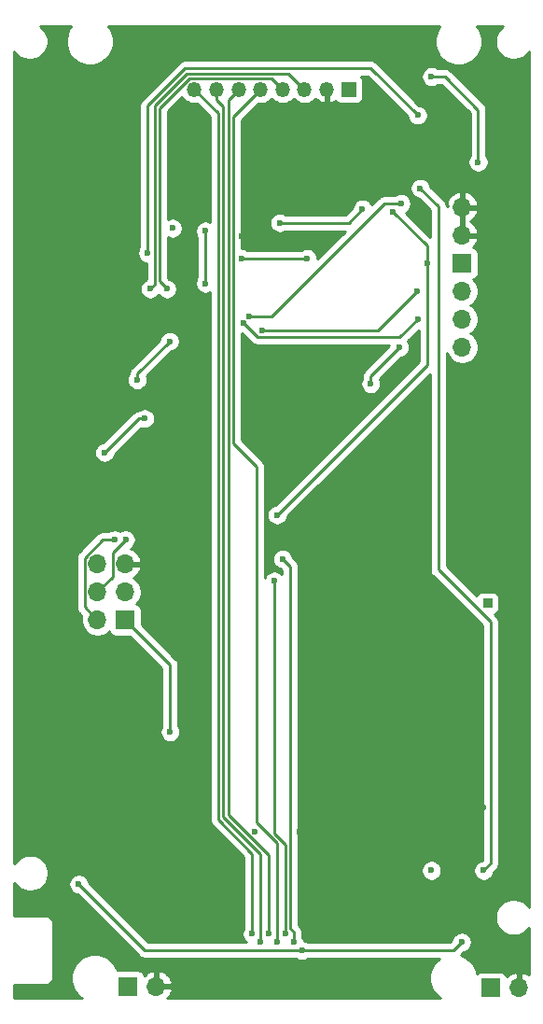
<source format=gbr>
%TF.GenerationSoftware,KiCad,Pcbnew,(5.1.9)-1*%
%TF.CreationDate,2021-03-11T14:12:11+01:00*%
%TF.ProjectId,HB-RC-12-EP-2,48422d52-432d-4313-922d-45502d322e6b,rev?*%
%TF.SameCoordinates,Original*%
%TF.FileFunction,Copper,L2,Bot*%
%TF.FilePolarity,Positive*%
%FSLAX46Y46*%
G04 Gerber Fmt 4.6, Leading zero omitted, Abs format (unit mm)*
G04 Created by KiCad (PCBNEW (5.1.9)-1) date 2021-03-11 14:12:11*
%MOMM*%
%LPD*%
G01*
G04 APERTURE LIST*
%TA.AperFunction,ComponentPad*%
%ADD10O,1.700000X1.700000*%
%TD*%
%TA.AperFunction,ComponentPad*%
%ADD11R,1.700000X1.700000*%
%TD*%
%TA.AperFunction,ComponentPad*%
%ADD12O,1.350000X1.350000*%
%TD*%
%TA.AperFunction,ComponentPad*%
%ADD13R,1.350000X1.350000*%
%TD*%
%TA.AperFunction,ComponentPad*%
%ADD14R,0.850000X0.850000*%
%TD*%
%TA.AperFunction,ViaPad*%
%ADD15C,0.600000*%
%TD*%
%TA.AperFunction,Conductor*%
%ADD16C,0.250000*%
%TD*%
%TA.AperFunction,Conductor*%
%ADD17C,0.254000*%
%TD*%
%TA.AperFunction,Conductor*%
%ADD18C,0.100000*%
%TD*%
G04 APERTURE END LIST*
D10*
%TO.P,FTDI1,6*%
%TO.N,/DTR*%
X128650000Y-99150000D03*
%TO.P,FTDI1,5*%
%TO.N,/TXD*%
X128650000Y-96610000D03*
%TO.P,FTDI1,4*%
%TO.N,/RXD*%
X128650000Y-94070000D03*
D11*
%TO.P,FTDI1,3*%
%TO.N,+3V0*%
X128650000Y-91530000D03*
D10*
%TO.P,FTDI1,2*%
%TO.N,GND*%
X128650000Y-88990000D03*
%TO.P,FTDI1,1*%
X128650000Y-86450000D03*
%TD*%
D12*
%TO.P,K1,8*%
%TO.N,/GX_BSY*%
X104350000Y-75750000D03*
%TO.P,K1,7*%
%TO.N,/GX_RST*%
X106350000Y-75750000D03*
%TO.P,K1,6*%
%TO.N,/GX_DC*%
X108350000Y-75750000D03*
%TO.P,K1,5*%
%TO.N,/GX_CS*%
X110350000Y-75750000D03*
%TO.P,K1,4*%
%TO.N,/SCK*%
X112350000Y-75750000D03*
%TO.P,K1,3*%
%TO.N,/MOSI*%
X114350000Y-75750000D03*
%TO.P,K1,2*%
%TO.N,GND*%
X116350000Y-75750000D03*
D13*
%TO.P,K1,1*%
%TO.N,+3V0*%
X118350000Y-75750000D03*
%TD*%
D10*
%TO.P,+,2*%
%TO.N,GND*%
X100890000Y-157100000D03*
D11*
%TO.P,+,1*%
%TO.N,+BATT*%
X98350000Y-157100000D03*
%TD*%
D10*
%TO.P,+,2*%
%TO.N,GND*%
X133790000Y-157250000D03*
D11*
%TO.P,+,1*%
%TO.N,Net-(J5-Pad1)*%
X131250000Y-157250000D03*
%TD*%
D14*
%TO.P,J1,1*%
%TO.N,Net-(J1-Pad1)*%
X130950000Y-122350000D03*
%TD*%
D10*
%TO.P,ISP1,6*%
%TO.N,GND*%
X98090000Y-118810000D03*
%TO.P,ISP1,5*%
%TO.N,/RESET*%
X95550000Y-118810000D03*
%TO.P,ISP1,4*%
%TO.N,/MOSI*%
X98090000Y-121350000D03*
%TO.P,ISP1,3*%
%TO.N,/SCK*%
X95550000Y-121350000D03*
D11*
%TO.P,ISP1,2*%
%TO.N,+3V0*%
X98090000Y-123890000D03*
D10*
%TO.P,ISP1,1*%
%TO.N,/MISO*%
X95550000Y-123890000D03*
%TD*%
D15*
%TO.N,GND*%
X91100000Y-157850000D03*
X124850000Y-151850000D03*
X89350000Y-88850000D03*
X89600000Y-99850000D03*
X89350000Y-110850000D03*
X89600000Y-122100000D03*
X89600000Y-133100000D03*
X89600000Y-144350000D03*
X133350000Y-122350000D03*
X133100000Y-111100000D03*
X133100000Y-100100000D03*
X134350000Y-79350000D03*
X93600000Y-145850000D03*
X103600000Y-78100000D03*
X97100000Y-143350000D03*
X105850000Y-143050000D03*
X109850000Y-143050000D03*
X113850000Y-143050000D03*
X117050000Y-143050000D03*
X119350000Y-143050000D03*
X122550000Y-143050000D03*
X101550000Y-143050000D03*
X114600000Y-151600000D03*
X108600000Y-151600000D03*
X104350000Y-85600000D03*
X108600000Y-89100000D03*
X104350000Y-94100000D03*
X132200000Y-72850000D03*
X133100000Y-144600000D03*
X130600000Y-140850000D03*
X115600000Y-89350000D03*
X103550000Y-102150000D03*
X93500000Y-92150000D03*
%TO.N,Net-(D6-Pad2)*%
X130600000Y-146600000D03*
X124850000Y-84720000D03*
%TO.N,/DTR*%
X122950000Y-99150000D03*
X120350000Y-102450000D03*
%TO.N,+3V0*%
X125450000Y-91550000D03*
X111850000Y-114350000D03*
X114100000Y-153850000D03*
X99150000Y-102100000D03*
X102100000Y-98600000D03*
X128600000Y-153100000D03*
X93850000Y-147850000D03*
X112100000Y-87850000D03*
X119600000Y-86600000D03*
X122350000Y-86850000D03*
X102150000Y-134050000D03*
%TO.N,/MOSI*%
X112350000Y-118350000D03*
X113350000Y-153100000D03*
X100350000Y-93850000D03*
%TO.N,/SCK*%
X111600000Y-120350000D03*
X98100000Y-116600000D03*
X112600000Y-152350000D03*
X101850000Y-93850000D03*
%TO.N,/GX_CS*%
X111850000Y-153100000D03*
%TO.N,/GX_DC*%
X111100000Y-152350000D03*
%TO.N,/GX_RST*%
X110350000Y-153100000D03*
%TO.N,/GX_BSY*%
X109600000Y-152350000D03*
%TO.N,+BATT*%
X125850000Y-146600000D03*
%TO.N,/A6*%
X114600000Y-91100000D03*
X108600000Y-91100000D03*
X102350000Y-88350000D03*
%TO.N,/A7*%
X105350000Y-93350000D03*
X105350000Y-88600000D03*
%TO.N,/LED2*%
X100100000Y-90600000D03*
X124600000Y-78100000D03*
%TO.N,/LED*%
X109350000Y-96350000D03*
X123100000Y-86100000D03*
%TO.N,/TXD*%
X124600000Y-96610000D03*
X108800000Y-96950000D03*
%TO.N,/RXD*%
X124550000Y-94050000D03*
X110500000Y-97600000D03*
%TO.N,/RESET*%
X99850000Y-105612500D03*
X96200000Y-108700000D03*
%TO.N,/MISO*%
X97100000Y-116600000D03*
%TO.N,Net-(R10-Pad1)*%
X130100000Y-82350000D03*
X125850000Y-74600000D03*
%TD*%
D16*
%TO.N,GND*%
X94600000Y-145850000D02*
X97100000Y-143350000D01*
X93600000Y-145850000D02*
X94600000Y-145850000D01*
X134350000Y-75000000D02*
X132200000Y-72850000D01*
X134350000Y-79350000D02*
X134350000Y-75000000D01*
%TO.N,Net-(D6-Pad2)*%
X126475001Y-86345001D02*
X124850000Y-84720000D01*
X126475001Y-119310003D02*
X126475001Y-86345001D01*
X131225001Y-124060003D02*
X126475001Y-119310003D01*
X131225001Y-145974999D02*
X131225001Y-124060003D01*
X130600000Y-146600000D02*
X131225001Y-145974999D01*
%TO.N,/DTR*%
X120350000Y-101750000D02*
X122950000Y-99150000D01*
X120350000Y-102450000D02*
X120350000Y-101750000D01*
%TO.N,+3V0*%
X127850000Y-153850000D02*
X128600000Y-153100000D01*
X114100000Y-153850000D02*
X127850000Y-153850000D01*
X99850000Y-153850000D02*
X93850000Y-147850000D01*
X114100000Y-153850000D02*
X99850000Y-153850000D01*
X99150000Y-101550000D02*
X102100000Y-98600000D01*
X99150000Y-102100000D02*
X99150000Y-101550000D01*
X118350000Y-87850000D02*
X119600000Y-86600000D01*
X112100000Y-87850000D02*
X118350000Y-87850000D01*
X113680000Y-112520000D02*
X111850000Y-114350000D01*
X125450000Y-89950000D02*
X122350000Y-86850000D01*
X125450000Y-91750000D02*
X125450000Y-89950000D01*
X102150000Y-127950000D02*
X98090000Y-123890000D01*
X102150000Y-134050000D02*
X102150000Y-127950000D01*
X125450000Y-100750000D02*
X125450000Y-91750000D01*
X111850000Y-114350000D02*
X125450000Y-100750000D01*
%TO.N,/MOSI*%
X112899989Y-74299989D02*
X114350000Y-75750000D01*
X103683598Y-74299990D02*
X112899989Y-74299989D01*
X100725002Y-77258586D02*
X103683598Y-74299990D01*
X113050010Y-119050010D02*
X112350000Y-118350000D01*
X113050010Y-151875008D02*
X113050010Y-119050010D01*
X113350000Y-152174998D02*
X113050010Y-151875008D01*
X113350000Y-153100000D02*
X113350000Y-152174998D01*
X100350000Y-93850000D02*
X100725001Y-93474999D01*
X100725001Y-93474999D02*
X100725002Y-77258586D01*
%TO.N,/SCK*%
X111600000Y-143238588D02*
X112600000Y-144238588D01*
X112600000Y-144238588D02*
X112600000Y-152350000D01*
X111600000Y-120350000D02*
X111600000Y-143238588D01*
X111349999Y-74749999D02*
X112350000Y-75750000D01*
X103869999Y-74749999D02*
X111349999Y-74749999D01*
X101175011Y-77444987D02*
X103869999Y-74749999D01*
X101175011Y-93175011D02*
X101175011Y-77444987D01*
X101850000Y-93850000D02*
X101175011Y-93175011D01*
X96914999Y-119985001D02*
X95550000Y-121350000D01*
X96914999Y-117785001D02*
X96914999Y-119985001D01*
X98100000Y-116600000D02*
X96914999Y-117785001D01*
%TO.N,/GX_CS*%
X111850000Y-144124998D02*
X111850000Y-153100000D01*
X109964999Y-142239997D02*
X111850000Y-144124998D01*
X109964999Y-109964997D02*
X109964999Y-142239997D01*
X107875009Y-107875009D02*
X109964999Y-109964997D01*
X107875009Y-78224991D02*
X107875009Y-107875009D01*
X110350000Y-75750000D02*
X107875009Y-78224991D01*
%TO.N,/GX_DC*%
X107424999Y-76675001D02*
X108350000Y-75750000D01*
X107424999Y-141550001D02*
X107424999Y-76675001D01*
X111100000Y-145225002D02*
X107424999Y-141550001D01*
X111100000Y-152350000D02*
X111100000Y-145225002D01*
%TO.N,/GX_RST*%
X110350000Y-145111412D02*
X110350000Y-153100000D01*
X106974989Y-77329583D02*
X106974990Y-141736402D01*
X106350000Y-76704594D02*
X106974989Y-77329583D01*
X106974990Y-141736402D02*
X110350000Y-145111412D01*
X106350000Y-75750000D02*
X106350000Y-76704594D01*
%TO.N,/GX_BSY*%
X104350000Y-75750000D02*
X106524981Y-77924981D01*
X106524981Y-77924981D02*
X106524981Y-142024981D01*
X109600000Y-152350000D02*
X109600000Y-145100000D01*
X106524981Y-142024981D02*
X109600000Y-145100000D01*
%TO.N,/A6*%
X108600000Y-91100000D02*
X114600000Y-91100000D01*
%TO.N,/A7*%
X105350000Y-88600000D02*
X105350000Y-93350000D01*
%TO.N,/LED2*%
X124600000Y-78100000D02*
X120350000Y-73850000D01*
X100100000Y-77247178D02*
X100100000Y-90600000D01*
X103497197Y-73849981D02*
X100100000Y-77247178D01*
X116599981Y-73849981D02*
X103497197Y-73849981D01*
X116600000Y-73850000D02*
X116599981Y-73849981D01*
X120350000Y-73850000D02*
X116600000Y-73850000D01*
%TO.N,/LED*%
X121600000Y-86100000D02*
X123100000Y-86100000D01*
X111350000Y-96350000D02*
X121600000Y-86100000D01*
X109350000Y-96350000D02*
X111350000Y-96350000D01*
%TO.N,/TXD*%
X108800000Y-96950000D02*
X110075001Y-98225001D01*
X122984999Y-98225001D02*
X124600000Y-96610000D01*
X110075001Y-98225001D02*
X122984999Y-98225001D01*
%TO.N,/RXD*%
X121000000Y-97600000D02*
X124550000Y-94050000D01*
X110500000Y-97600000D02*
X121000000Y-97600000D01*
%TO.N,/RESET*%
X99287500Y-105612500D02*
X96200000Y-108700000D01*
X99850000Y-105612500D02*
X99287500Y-105612500D01*
%TO.N,/MISO*%
X94374999Y-118245999D02*
X94374999Y-122714999D01*
X96020998Y-116600000D02*
X94374999Y-118245999D01*
X94374999Y-122714999D02*
X95550000Y-123890000D01*
X97100000Y-116600000D02*
X96020998Y-116600000D01*
%TO.N,Net-(R10-Pad1)*%
X125850000Y-74600000D02*
X127100000Y-74600000D01*
X130100000Y-77600000D02*
X130100000Y-82350000D01*
X127100000Y-74600000D02*
X130100000Y-77600000D01*
%TD*%
D17*
%TO.N,GND*%
X93164837Y-70017023D02*
X92927412Y-70372355D01*
X92763870Y-70767179D01*
X92680497Y-71186323D01*
X92680497Y-71613677D01*
X92763870Y-72032821D01*
X92927412Y-72427645D01*
X93164837Y-72782977D01*
X93467023Y-73085163D01*
X93822355Y-73322588D01*
X94217179Y-73486130D01*
X94636323Y-73569503D01*
X95063677Y-73569503D01*
X95482821Y-73486130D01*
X95877645Y-73322588D01*
X96232977Y-73085163D01*
X96535163Y-72782977D01*
X96772588Y-72427645D01*
X96936130Y-72032821D01*
X97019503Y-71613677D01*
X97019503Y-71186323D01*
X96936130Y-70767179D01*
X96772588Y-70372355D01*
X96535163Y-70017023D01*
X96528140Y-70010000D01*
X126621860Y-70010000D01*
X126614837Y-70017023D01*
X126377412Y-70372355D01*
X126213870Y-70767179D01*
X126130497Y-71186323D01*
X126130497Y-71613677D01*
X126213870Y-72032821D01*
X126377412Y-72427645D01*
X126614837Y-72782977D01*
X126917023Y-73085163D01*
X127272355Y-73322588D01*
X127667179Y-73486130D01*
X128086323Y-73569503D01*
X128513677Y-73569503D01*
X128932821Y-73486130D01*
X129327645Y-73322588D01*
X129682977Y-73085163D01*
X129985163Y-72782977D01*
X130222588Y-72427645D01*
X130386130Y-72032821D01*
X130469503Y-71613677D01*
X130469503Y-71186323D01*
X130386130Y-70767179D01*
X130222588Y-70372355D01*
X129985163Y-70017023D01*
X129978140Y-70010000D01*
X132370922Y-70010000D01*
X132234219Y-70101342D01*
X132001342Y-70334219D01*
X131818372Y-70608053D01*
X131692340Y-70912322D01*
X131628090Y-71235331D01*
X131628090Y-71564669D01*
X131692340Y-71887678D01*
X131818372Y-72191947D01*
X132001342Y-72465781D01*
X132234219Y-72698658D01*
X132508053Y-72881628D01*
X132812322Y-73007660D01*
X133135331Y-73071910D01*
X133464669Y-73071910D01*
X133787678Y-73007660D01*
X134091947Y-72881628D01*
X134365781Y-72698658D01*
X134598658Y-72465781D01*
X134690000Y-72329078D01*
X134690001Y-149920923D01*
X134598658Y-149784219D01*
X134365781Y-149551342D01*
X134091947Y-149368372D01*
X133787678Y-149242340D01*
X133464669Y-149178090D01*
X133135331Y-149178090D01*
X132812322Y-149242340D01*
X132508053Y-149368372D01*
X132234219Y-149551342D01*
X132001342Y-149784219D01*
X131818372Y-150058053D01*
X131692340Y-150362322D01*
X131628090Y-150685331D01*
X131628090Y-151014669D01*
X131692340Y-151337678D01*
X131818372Y-151641947D01*
X132001342Y-151915781D01*
X132234219Y-152148658D01*
X132508053Y-152331628D01*
X132812322Y-152457660D01*
X133135331Y-152521910D01*
X133464669Y-152521910D01*
X133787678Y-152457660D01*
X134091947Y-152331628D01*
X134365781Y-152148658D01*
X134598658Y-151915781D01*
X134690001Y-151779077D01*
X134690001Y-156077623D01*
X134556920Y-155978359D01*
X134294099Y-155853175D01*
X134146890Y-155808524D01*
X133917000Y-155929845D01*
X133917000Y-157123000D01*
X133937000Y-157123000D01*
X133937000Y-157377000D01*
X133917000Y-157377000D01*
X133917000Y-157397000D01*
X133663000Y-157397000D01*
X133663000Y-157377000D01*
X133643000Y-157377000D01*
X133643000Y-157123000D01*
X133663000Y-157123000D01*
X133663000Y-155929845D01*
X133433110Y-155808524D01*
X133285901Y-155853175D01*
X133023080Y-155978359D01*
X132789731Y-156152412D01*
X132713966Y-156236466D01*
X132689502Y-156155820D01*
X132630537Y-156045506D01*
X132551185Y-155948815D01*
X132454494Y-155869463D01*
X132344180Y-155810498D01*
X132224482Y-155774188D01*
X132100000Y-155761928D01*
X130400000Y-155761928D01*
X130275518Y-155774188D01*
X130155820Y-155810498D01*
X130045506Y-155869463D01*
X129977520Y-155925258D01*
X129936130Y-155717179D01*
X129772588Y-155322355D01*
X129535163Y-154967023D01*
X129232977Y-154664837D01*
X128877645Y-154427412D01*
X128502698Y-154272103D01*
X128751649Y-154023153D01*
X128872729Y-153999068D01*
X129042889Y-153928586D01*
X129196028Y-153826262D01*
X129326262Y-153696028D01*
X129428586Y-153542889D01*
X129499068Y-153372729D01*
X129535000Y-153192089D01*
X129535000Y-153007911D01*
X129499068Y-152827271D01*
X129428586Y-152657111D01*
X129326262Y-152503972D01*
X129196028Y-152373738D01*
X129042889Y-152271414D01*
X128872729Y-152200932D01*
X128692089Y-152165000D01*
X128507911Y-152165000D01*
X128327271Y-152200932D01*
X128157111Y-152271414D01*
X128003972Y-152373738D01*
X127873738Y-152503972D01*
X127771414Y-152657111D01*
X127700932Y-152827271D01*
X127676847Y-152948351D01*
X127535199Y-153090000D01*
X114645535Y-153090000D01*
X114542889Y-153021414D01*
X114372729Y-152950932D01*
X114269585Y-152930415D01*
X114249068Y-152827271D01*
X114178586Y-152657111D01*
X114110000Y-152554465D01*
X114110000Y-152212321D01*
X114113676Y-152174998D01*
X114110000Y-152137675D01*
X114110000Y-152137665D01*
X114099003Y-152026012D01*
X114055546Y-151882751D01*
X113984974Y-151750722D01*
X113890001Y-151634997D01*
X113860997Y-151611194D01*
X113810010Y-151560207D01*
X113810010Y-146507911D01*
X124915000Y-146507911D01*
X124915000Y-146692089D01*
X124950932Y-146872729D01*
X125021414Y-147042889D01*
X125123738Y-147196028D01*
X125253972Y-147326262D01*
X125407111Y-147428586D01*
X125577271Y-147499068D01*
X125757911Y-147535000D01*
X125942089Y-147535000D01*
X126122729Y-147499068D01*
X126292889Y-147428586D01*
X126446028Y-147326262D01*
X126576262Y-147196028D01*
X126678586Y-147042889D01*
X126749068Y-146872729D01*
X126785000Y-146692089D01*
X126785000Y-146507911D01*
X126749068Y-146327271D01*
X126678586Y-146157111D01*
X126576262Y-146003972D01*
X126446028Y-145873738D01*
X126292889Y-145771414D01*
X126122729Y-145700932D01*
X125942089Y-145665000D01*
X125757911Y-145665000D01*
X125577271Y-145700932D01*
X125407111Y-145771414D01*
X125253972Y-145873738D01*
X125123738Y-146003972D01*
X125021414Y-146157111D01*
X124950932Y-146327271D01*
X124915000Y-146507911D01*
X113810010Y-146507911D01*
X113810010Y-119087335D01*
X113813686Y-119050010D01*
X113810010Y-119012685D01*
X113810010Y-119012677D01*
X113799013Y-118901024D01*
X113755556Y-118757763D01*
X113684984Y-118625734D01*
X113590011Y-118510009D01*
X113561012Y-118486211D01*
X113273153Y-118198351D01*
X113249068Y-118077271D01*
X113178586Y-117907111D01*
X113076262Y-117753972D01*
X112946028Y-117623738D01*
X112792889Y-117521414D01*
X112622729Y-117450932D01*
X112442089Y-117415000D01*
X112257911Y-117415000D01*
X112077271Y-117450932D01*
X111907111Y-117521414D01*
X111753972Y-117623738D01*
X111623738Y-117753972D01*
X111521414Y-117907111D01*
X111450932Y-118077271D01*
X111415000Y-118257911D01*
X111415000Y-118442089D01*
X111450932Y-118622729D01*
X111521414Y-118792889D01*
X111623738Y-118946028D01*
X111753972Y-119076262D01*
X111907111Y-119178586D01*
X112077271Y-119249068D01*
X112198351Y-119273153D01*
X112290011Y-119364813D01*
X112290011Y-119717721D01*
X112196028Y-119623738D01*
X112042889Y-119521414D01*
X111872729Y-119450932D01*
X111692089Y-119415000D01*
X111507911Y-119415000D01*
X111327271Y-119450932D01*
X111157111Y-119521414D01*
X111003972Y-119623738D01*
X110873738Y-119753972D01*
X110771414Y-119907111D01*
X110724999Y-120019168D01*
X110724999Y-110002321D01*
X110728675Y-109964996D01*
X110724999Y-109927673D01*
X110724999Y-109927664D01*
X110714002Y-109816011D01*
X110670545Y-109672750D01*
X110599974Y-109540722D01*
X110599973Y-109540720D01*
X110528798Y-109453994D01*
X110505000Y-109424996D01*
X110476003Y-109401199D01*
X108635009Y-107560208D01*
X108635009Y-97870499D01*
X108648351Y-97873153D01*
X109511202Y-98736004D01*
X109535000Y-98765002D01*
X109650725Y-98859975D01*
X109782754Y-98930547D01*
X109926015Y-98974004D01*
X110037668Y-98985001D01*
X110037676Y-98985001D01*
X110075001Y-98988677D01*
X110112326Y-98985001D01*
X122029503Y-98985001D01*
X122026847Y-98998351D01*
X119838998Y-101186201D01*
X119810000Y-101209999D01*
X119786202Y-101238997D01*
X119786201Y-101238998D01*
X119715026Y-101325724D01*
X119644454Y-101457754D01*
X119629317Y-101507656D01*
X119600997Y-101601014D01*
X119590000Y-101712667D01*
X119590000Y-101712678D01*
X119586324Y-101750000D01*
X119590000Y-101787322D01*
X119590000Y-101904465D01*
X119521414Y-102007111D01*
X119450932Y-102177271D01*
X119415000Y-102357911D01*
X119415000Y-102542089D01*
X119450932Y-102722729D01*
X119521414Y-102892889D01*
X119623738Y-103046028D01*
X119753972Y-103176262D01*
X119907111Y-103278586D01*
X120077271Y-103349068D01*
X120257911Y-103385000D01*
X120442089Y-103385000D01*
X120622729Y-103349068D01*
X120792889Y-103278586D01*
X120946028Y-103176262D01*
X121076262Y-103046028D01*
X121178586Y-102892889D01*
X121249068Y-102722729D01*
X121285000Y-102542089D01*
X121285000Y-102357911D01*
X121249068Y-102177271D01*
X121178586Y-102007111D01*
X121174222Y-102000579D01*
X123101649Y-100073153D01*
X123222729Y-100049068D01*
X123392889Y-99978586D01*
X123546028Y-99876262D01*
X123676262Y-99746028D01*
X123778586Y-99592889D01*
X123849068Y-99422729D01*
X123885000Y-99242089D01*
X123885000Y-99057911D01*
X123849068Y-98877271D01*
X123778586Y-98707111D01*
X123698118Y-98586683D01*
X124690000Y-97594801D01*
X124690000Y-100435197D01*
X113169001Y-111956198D01*
X113168997Y-111956201D01*
X112180923Y-112944276D01*
X111698352Y-113426847D01*
X111577271Y-113450932D01*
X111407111Y-113521414D01*
X111253972Y-113623738D01*
X111123738Y-113753972D01*
X111021414Y-113907111D01*
X110950932Y-114077271D01*
X110915000Y-114257911D01*
X110915000Y-114442089D01*
X110950932Y-114622729D01*
X111021414Y-114792889D01*
X111123738Y-114946028D01*
X111253972Y-115076262D01*
X111407111Y-115178586D01*
X111577271Y-115249068D01*
X111757911Y-115285000D01*
X111942089Y-115285000D01*
X112122729Y-115249068D01*
X112292889Y-115178586D01*
X112446028Y-115076262D01*
X112576262Y-114946028D01*
X112678586Y-114792889D01*
X112749068Y-114622729D01*
X112773153Y-114501648D01*
X114243799Y-113031003D01*
X114243802Y-113030999D01*
X125715002Y-101559801D01*
X125715001Y-119272681D01*
X125711325Y-119310003D01*
X125715001Y-119347325D01*
X125715001Y-119347335D01*
X125725998Y-119458988D01*
X125756859Y-119560725D01*
X125769455Y-119602249D01*
X125840027Y-119734279D01*
X125856189Y-119753972D01*
X125935000Y-119850004D01*
X125964004Y-119873807D01*
X130465002Y-124374807D01*
X130465001Y-145660197D01*
X130448351Y-145676847D01*
X130327271Y-145700932D01*
X130157111Y-145771414D01*
X130003972Y-145873738D01*
X129873738Y-146003972D01*
X129771414Y-146157111D01*
X129700932Y-146327271D01*
X129665000Y-146507911D01*
X129665000Y-146692089D01*
X129700932Y-146872729D01*
X129771414Y-147042889D01*
X129873738Y-147196028D01*
X130003972Y-147326262D01*
X130157111Y-147428586D01*
X130327271Y-147499068D01*
X130507911Y-147535000D01*
X130692089Y-147535000D01*
X130872729Y-147499068D01*
X131042889Y-147428586D01*
X131196028Y-147326262D01*
X131326262Y-147196028D01*
X131428586Y-147042889D01*
X131499068Y-146872729D01*
X131523153Y-146751649D01*
X131736005Y-146538797D01*
X131765002Y-146515000D01*
X131817513Y-146451015D01*
X131859975Y-146399276D01*
X131930547Y-146267246D01*
X131958309Y-146175724D01*
X131974004Y-146123985D01*
X131985001Y-146012332D01*
X131985001Y-146012322D01*
X131988677Y-145974999D01*
X131985001Y-145937676D01*
X131985001Y-124097325D01*
X131988677Y-124060002D01*
X131985001Y-124022679D01*
X131985001Y-124022670D01*
X131974004Y-123911017D01*
X131930547Y-123767756D01*
X131859975Y-123635727D01*
X131846812Y-123619688D01*
X131788800Y-123548999D01*
X131788796Y-123548995D01*
X131765002Y-123520002D01*
X131736009Y-123496208D01*
X131607765Y-123367965D01*
X131619180Y-123364502D01*
X131729494Y-123305537D01*
X131826185Y-123226185D01*
X131905537Y-123129494D01*
X131964502Y-123019180D01*
X132000812Y-122899482D01*
X132013072Y-122775000D01*
X132013072Y-121925000D01*
X132000812Y-121800518D01*
X131964502Y-121680820D01*
X131905537Y-121570506D01*
X131826185Y-121473815D01*
X131729494Y-121394463D01*
X131619180Y-121335498D01*
X131499482Y-121299188D01*
X131375000Y-121286928D01*
X130525000Y-121286928D01*
X130400518Y-121299188D01*
X130280820Y-121335498D01*
X130170506Y-121394463D01*
X130073815Y-121473815D01*
X129994463Y-121570506D01*
X129935498Y-121680820D01*
X129932035Y-121692235D01*
X127235001Y-118995202D01*
X127235001Y-99614381D01*
X127334010Y-99853411D01*
X127496525Y-100096632D01*
X127703368Y-100303475D01*
X127946589Y-100465990D01*
X128216842Y-100577932D01*
X128503740Y-100635000D01*
X128796260Y-100635000D01*
X129083158Y-100577932D01*
X129353411Y-100465990D01*
X129596632Y-100303475D01*
X129803475Y-100096632D01*
X129965990Y-99853411D01*
X130077932Y-99583158D01*
X130135000Y-99296260D01*
X130135000Y-99003740D01*
X130077932Y-98716842D01*
X129965990Y-98446589D01*
X129803475Y-98203368D01*
X129596632Y-97996525D01*
X129422240Y-97880000D01*
X129596632Y-97763475D01*
X129803475Y-97556632D01*
X129965990Y-97313411D01*
X130077932Y-97043158D01*
X130135000Y-96756260D01*
X130135000Y-96463740D01*
X130077932Y-96176842D01*
X129965990Y-95906589D01*
X129803475Y-95663368D01*
X129596632Y-95456525D01*
X129422240Y-95340000D01*
X129596632Y-95223475D01*
X129803475Y-95016632D01*
X129965990Y-94773411D01*
X130077932Y-94503158D01*
X130135000Y-94216260D01*
X130135000Y-93923740D01*
X130077932Y-93636842D01*
X129965990Y-93366589D01*
X129803475Y-93123368D01*
X129671620Y-92991513D01*
X129744180Y-92969502D01*
X129854494Y-92910537D01*
X129951185Y-92831185D01*
X130030537Y-92734494D01*
X130089502Y-92624180D01*
X130125812Y-92504482D01*
X130138072Y-92380000D01*
X130138072Y-90680000D01*
X130125812Y-90555518D01*
X130089502Y-90435820D01*
X130030537Y-90325506D01*
X129951185Y-90228815D01*
X129854494Y-90149463D01*
X129744180Y-90090498D01*
X129663534Y-90066034D01*
X129747588Y-89990269D01*
X129921641Y-89756920D01*
X130046825Y-89494099D01*
X130091476Y-89346890D01*
X129970155Y-89117000D01*
X128777000Y-89117000D01*
X128777000Y-89137000D01*
X128523000Y-89137000D01*
X128523000Y-89117000D01*
X128503000Y-89117000D01*
X128503000Y-88863000D01*
X128523000Y-88863000D01*
X128523000Y-86577000D01*
X128777000Y-86577000D01*
X128777000Y-88863000D01*
X129970155Y-88863000D01*
X130091476Y-88633110D01*
X130046825Y-88485901D01*
X129921641Y-88223080D01*
X129747588Y-87989731D01*
X129531355Y-87794822D01*
X129405745Y-87720000D01*
X129531355Y-87645178D01*
X129747588Y-87450269D01*
X129921641Y-87216920D01*
X130046825Y-86954099D01*
X130091476Y-86806890D01*
X129970155Y-86577000D01*
X128777000Y-86577000D01*
X128523000Y-86577000D01*
X128503000Y-86577000D01*
X128503000Y-86323000D01*
X128523000Y-86323000D01*
X128523000Y-85129186D01*
X128777000Y-85129186D01*
X128777000Y-86323000D01*
X129970155Y-86323000D01*
X130091476Y-86093110D01*
X130046825Y-85945901D01*
X129921641Y-85683080D01*
X129747588Y-85449731D01*
X129531355Y-85254822D01*
X129281252Y-85105843D01*
X129006891Y-85008519D01*
X128777000Y-85129186D01*
X128523000Y-85129186D01*
X128293109Y-85008519D01*
X128018748Y-85105843D01*
X127768645Y-85254822D01*
X127552412Y-85449731D01*
X127378359Y-85683080D01*
X127253175Y-85945901D01*
X127208524Y-86093110D01*
X127329844Y-86322998D01*
X127236510Y-86322998D01*
X127235001Y-86307677D01*
X127235001Y-86307668D01*
X127224004Y-86196015D01*
X127180547Y-86052754D01*
X127109975Y-85920725D01*
X127052752Y-85850998D01*
X127038800Y-85833997D01*
X127038796Y-85833993D01*
X127015002Y-85805000D01*
X126986009Y-85781206D01*
X125773153Y-84568351D01*
X125749068Y-84447271D01*
X125678586Y-84277111D01*
X125576262Y-84123972D01*
X125446028Y-83993738D01*
X125292889Y-83891414D01*
X125122729Y-83820932D01*
X124942089Y-83785000D01*
X124757911Y-83785000D01*
X124577271Y-83820932D01*
X124407111Y-83891414D01*
X124253972Y-83993738D01*
X124123738Y-84123972D01*
X124021414Y-84277111D01*
X123950932Y-84447271D01*
X123915000Y-84627911D01*
X123915000Y-84812089D01*
X123950932Y-84992729D01*
X124021414Y-85162889D01*
X124123738Y-85316028D01*
X124253972Y-85446262D01*
X124407111Y-85548586D01*
X124577271Y-85619068D01*
X124698351Y-85643153D01*
X125715002Y-86659805D01*
X125715002Y-89140200D01*
X123514957Y-86940156D01*
X123542889Y-86928586D01*
X123696028Y-86826262D01*
X123826262Y-86696028D01*
X123928586Y-86542889D01*
X123999068Y-86372729D01*
X124035000Y-86192089D01*
X124035000Y-86007911D01*
X123999068Y-85827271D01*
X123928586Y-85657111D01*
X123826262Y-85503972D01*
X123696028Y-85373738D01*
X123542889Y-85271414D01*
X123372729Y-85200932D01*
X123192089Y-85165000D01*
X123007911Y-85165000D01*
X122827271Y-85200932D01*
X122657111Y-85271414D01*
X122554465Y-85340000D01*
X121637322Y-85340000D01*
X121599999Y-85336324D01*
X121562677Y-85340000D01*
X121562667Y-85340000D01*
X121451014Y-85350997D01*
X121307753Y-85394454D01*
X121175723Y-85465026D01*
X121128268Y-85503972D01*
X121059999Y-85559999D01*
X121036201Y-85588997D01*
X120440156Y-86185043D01*
X120428586Y-86157111D01*
X120326262Y-86003972D01*
X120196028Y-85873738D01*
X120042889Y-85771414D01*
X119872729Y-85700932D01*
X119692089Y-85665000D01*
X119507911Y-85665000D01*
X119327271Y-85700932D01*
X119157111Y-85771414D01*
X119003972Y-85873738D01*
X118873738Y-86003972D01*
X118771414Y-86157111D01*
X118700932Y-86327271D01*
X118676847Y-86448351D01*
X118035199Y-87090000D01*
X112645535Y-87090000D01*
X112542889Y-87021414D01*
X112372729Y-86950932D01*
X112192089Y-86915000D01*
X112007911Y-86915000D01*
X111827271Y-86950932D01*
X111657111Y-87021414D01*
X111503972Y-87123738D01*
X111373738Y-87253972D01*
X111271414Y-87407111D01*
X111200932Y-87577271D01*
X111165000Y-87757911D01*
X111165000Y-87942089D01*
X111200932Y-88122729D01*
X111271414Y-88292889D01*
X111373738Y-88446028D01*
X111503972Y-88576262D01*
X111657111Y-88678586D01*
X111827271Y-88749068D01*
X112007911Y-88785000D01*
X112192089Y-88785000D01*
X112372729Y-88749068D01*
X112542889Y-88678586D01*
X112645535Y-88610000D01*
X118015198Y-88610000D01*
X115535000Y-91090199D01*
X115535000Y-91007911D01*
X115499068Y-90827271D01*
X115428586Y-90657111D01*
X115326262Y-90503972D01*
X115196028Y-90373738D01*
X115042889Y-90271414D01*
X114872729Y-90200932D01*
X114692089Y-90165000D01*
X114507911Y-90165000D01*
X114327271Y-90200932D01*
X114157111Y-90271414D01*
X114054465Y-90340000D01*
X109145535Y-90340000D01*
X109042889Y-90271414D01*
X108872729Y-90200932D01*
X108692089Y-90165000D01*
X108635009Y-90165000D01*
X108635009Y-78539792D01*
X110132417Y-77042385D01*
X110220976Y-77060000D01*
X110479024Y-77060000D01*
X110732113Y-77009658D01*
X110970518Y-76910907D01*
X111185077Y-76767544D01*
X111350000Y-76602621D01*
X111514923Y-76767544D01*
X111729482Y-76910907D01*
X111967887Y-77009658D01*
X112220976Y-77060000D01*
X112479024Y-77060000D01*
X112732113Y-77009658D01*
X112970518Y-76910907D01*
X113185077Y-76767544D01*
X113350000Y-76602621D01*
X113514923Y-76767544D01*
X113729482Y-76910907D01*
X113967887Y-77009658D01*
X114220976Y-77060000D01*
X114479024Y-77060000D01*
X114732113Y-77009658D01*
X114970518Y-76910907D01*
X115185077Y-76767544D01*
X115356681Y-76595940D01*
X115478773Y-76728303D01*
X115686371Y-76879473D01*
X115919472Y-76987238D01*
X116020600Y-77017910D01*
X116223000Y-76894224D01*
X116223000Y-75877000D01*
X116203000Y-75877000D01*
X116203000Y-75623000D01*
X116223000Y-75623000D01*
X116223000Y-75603000D01*
X116477000Y-75603000D01*
X116477000Y-75623000D01*
X116497000Y-75623000D01*
X116497000Y-75877000D01*
X116477000Y-75877000D01*
X116477000Y-76894224D01*
X116679400Y-77017910D01*
X116780528Y-76987238D01*
X117013629Y-76879473D01*
X117146881Y-76782441D01*
X117223815Y-76876185D01*
X117320506Y-76955537D01*
X117430820Y-77014502D01*
X117550518Y-77050812D01*
X117675000Y-77063072D01*
X119025000Y-77063072D01*
X119149482Y-77050812D01*
X119269180Y-77014502D01*
X119379494Y-76955537D01*
X119476185Y-76876185D01*
X119555537Y-76779494D01*
X119614502Y-76669180D01*
X119650812Y-76549482D01*
X119663072Y-76425000D01*
X119663072Y-75075000D01*
X119650812Y-74950518D01*
X119614502Y-74830820D01*
X119555537Y-74720506D01*
X119476185Y-74623815D01*
X119459351Y-74610000D01*
X120035199Y-74610000D01*
X123676847Y-78251649D01*
X123700932Y-78372729D01*
X123771414Y-78542889D01*
X123873738Y-78696028D01*
X124003972Y-78826262D01*
X124157111Y-78928586D01*
X124327271Y-78999068D01*
X124507911Y-79035000D01*
X124692089Y-79035000D01*
X124872729Y-78999068D01*
X125042889Y-78928586D01*
X125196028Y-78826262D01*
X125326262Y-78696028D01*
X125428586Y-78542889D01*
X125499068Y-78372729D01*
X125535000Y-78192089D01*
X125535000Y-78007911D01*
X125499068Y-77827271D01*
X125428586Y-77657111D01*
X125326262Y-77503972D01*
X125196028Y-77373738D01*
X125042889Y-77271414D01*
X124872729Y-77200932D01*
X124751649Y-77176847D01*
X122082713Y-74507911D01*
X124915000Y-74507911D01*
X124915000Y-74692089D01*
X124950932Y-74872729D01*
X125021414Y-75042889D01*
X125123738Y-75196028D01*
X125253972Y-75326262D01*
X125407111Y-75428586D01*
X125577271Y-75499068D01*
X125757911Y-75535000D01*
X125942089Y-75535000D01*
X126122729Y-75499068D01*
X126292889Y-75428586D01*
X126395535Y-75360000D01*
X126785199Y-75360000D01*
X129340000Y-77914802D01*
X129340001Y-81804463D01*
X129271414Y-81907111D01*
X129200932Y-82077271D01*
X129165000Y-82257911D01*
X129165000Y-82442089D01*
X129200932Y-82622729D01*
X129271414Y-82792889D01*
X129373738Y-82946028D01*
X129503972Y-83076262D01*
X129657111Y-83178586D01*
X129827271Y-83249068D01*
X130007911Y-83285000D01*
X130192089Y-83285000D01*
X130372729Y-83249068D01*
X130542889Y-83178586D01*
X130696028Y-83076262D01*
X130826262Y-82946028D01*
X130928586Y-82792889D01*
X130999068Y-82622729D01*
X131035000Y-82442089D01*
X131035000Y-82257911D01*
X130999068Y-82077271D01*
X130928586Y-81907111D01*
X130860000Y-81804465D01*
X130860000Y-77637325D01*
X130863676Y-77600000D01*
X130860000Y-77562675D01*
X130860000Y-77562667D01*
X130849003Y-77451014D01*
X130805546Y-77307753D01*
X130734974Y-77175724D01*
X130640001Y-77059999D01*
X130611004Y-77036202D01*
X127663804Y-74089003D01*
X127640001Y-74059999D01*
X127524276Y-73965026D01*
X127392247Y-73894454D01*
X127248986Y-73850997D01*
X127137333Y-73840000D01*
X127137322Y-73840000D01*
X127100000Y-73836324D01*
X127062678Y-73840000D01*
X126395535Y-73840000D01*
X126292889Y-73771414D01*
X126122729Y-73700932D01*
X125942089Y-73665000D01*
X125757911Y-73665000D01*
X125577271Y-73700932D01*
X125407111Y-73771414D01*
X125253972Y-73873738D01*
X125123738Y-74003972D01*
X125021414Y-74157111D01*
X124950932Y-74327271D01*
X124915000Y-74507911D01*
X122082713Y-74507911D01*
X120913804Y-73339003D01*
X120890001Y-73309999D01*
X120774276Y-73215026D01*
X120642247Y-73144454D01*
X120498986Y-73100997D01*
X120387333Y-73090000D01*
X120387322Y-73090000D01*
X120350000Y-73086324D01*
X120312678Y-73090000D01*
X116637507Y-73090000D01*
X116637314Y-73089981D01*
X116637303Y-73089981D01*
X116599981Y-73086305D01*
X116562659Y-73089981D01*
X103534519Y-73089981D01*
X103497196Y-73086305D01*
X103459873Y-73089981D01*
X103459864Y-73089981D01*
X103348211Y-73100978D01*
X103204950Y-73144435D01*
X103072920Y-73215007D01*
X102989280Y-73283649D01*
X102957196Y-73309980D01*
X102933398Y-73338978D01*
X99589003Y-76683374D01*
X99559999Y-76707177D01*
X99510458Y-76767544D01*
X99465026Y-76822902D01*
X99394455Y-76954931D01*
X99394454Y-76954932D01*
X99350997Y-77098193D01*
X99340000Y-77209846D01*
X99340000Y-77209856D01*
X99336324Y-77247178D01*
X99340000Y-77284500D01*
X99340001Y-90054463D01*
X99271414Y-90157111D01*
X99200932Y-90327271D01*
X99165000Y-90507911D01*
X99165000Y-90692089D01*
X99200932Y-90872729D01*
X99271414Y-91042889D01*
X99373738Y-91196028D01*
X99503972Y-91326262D01*
X99657111Y-91428586D01*
X99827271Y-91499068D01*
X99965001Y-91526465D01*
X99965001Y-92997435D01*
X99907111Y-93021414D01*
X99753972Y-93123738D01*
X99623738Y-93253972D01*
X99521414Y-93407111D01*
X99450932Y-93577271D01*
X99415000Y-93757911D01*
X99415000Y-93942089D01*
X99450932Y-94122729D01*
X99521414Y-94292889D01*
X99623738Y-94446028D01*
X99753972Y-94576262D01*
X99907111Y-94678586D01*
X100077271Y-94749068D01*
X100257911Y-94785000D01*
X100442089Y-94785000D01*
X100622729Y-94749068D01*
X100792889Y-94678586D01*
X100946028Y-94576262D01*
X101076262Y-94446028D01*
X101100000Y-94410502D01*
X101123738Y-94446028D01*
X101253972Y-94576262D01*
X101407111Y-94678586D01*
X101577271Y-94749068D01*
X101757911Y-94785000D01*
X101942089Y-94785000D01*
X102122729Y-94749068D01*
X102292889Y-94678586D01*
X102446028Y-94576262D01*
X102576262Y-94446028D01*
X102678586Y-94292889D01*
X102749068Y-94122729D01*
X102785000Y-93942089D01*
X102785000Y-93757911D01*
X102749068Y-93577271D01*
X102678586Y-93407111D01*
X102576262Y-93253972D01*
X102446028Y-93123738D01*
X102292889Y-93021414D01*
X102122729Y-92950932D01*
X102001649Y-92926847D01*
X101935011Y-92860210D01*
X101935011Y-89190142D01*
X102077271Y-89249068D01*
X102257911Y-89285000D01*
X102442089Y-89285000D01*
X102622729Y-89249068D01*
X102792889Y-89178586D01*
X102946028Y-89076262D01*
X103076262Y-88946028D01*
X103178586Y-88792889D01*
X103249068Y-88622729D01*
X103285000Y-88442089D01*
X103285000Y-88257911D01*
X103249068Y-88077271D01*
X103178586Y-87907111D01*
X103076262Y-87753972D01*
X102946028Y-87623738D01*
X102792889Y-87521414D01*
X102622729Y-87450932D01*
X102442089Y-87415000D01*
X102257911Y-87415000D01*
X102077271Y-87450932D01*
X101935011Y-87509858D01*
X101935011Y-77759788D01*
X103243242Y-76451558D01*
X103332456Y-76585077D01*
X103514923Y-76767544D01*
X103729482Y-76910907D01*
X103967887Y-77009658D01*
X104220976Y-77060000D01*
X104479024Y-77060000D01*
X104567583Y-77042385D01*
X105764981Y-78239783D01*
X105764981Y-87759854D01*
X105622729Y-87700932D01*
X105442089Y-87665000D01*
X105257911Y-87665000D01*
X105077271Y-87700932D01*
X104907111Y-87771414D01*
X104753972Y-87873738D01*
X104623738Y-88003972D01*
X104521414Y-88157111D01*
X104450932Y-88327271D01*
X104415000Y-88507911D01*
X104415000Y-88692089D01*
X104450932Y-88872729D01*
X104521414Y-89042889D01*
X104590000Y-89145536D01*
X104590001Y-92804463D01*
X104521414Y-92907111D01*
X104450932Y-93077271D01*
X104415000Y-93257911D01*
X104415000Y-93442089D01*
X104450932Y-93622729D01*
X104521414Y-93792889D01*
X104623738Y-93946028D01*
X104753972Y-94076262D01*
X104907111Y-94178586D01*
X105077271Y-94249068D01*
X105257911Y-94285000D01*
X105442089Y-94285000D01*
X105622729Y-94249068D01*
X105764981Y-94190146D01*
X105764982Y-141987648D01*
X105761305Y-142024981D01*
X105775979Y-142173966D01*
X105819435Y-142317227D01*
X105890007Y-142449257D01*
X105961182Y-142535983D01*
X105984981Y-142564982D01*
X106013979Y-142588780D01*
X108840001Y-145414803D01*
X108840000Y-151804464D01*
X108771414Y-151907111D01*
X108700932Y-152077271D01*
X108665000Y-152257911D01*
X108665000Y-152442089D01*
X108700932Y-152622729D01*
X108771414Y-152792889D01*
X108873738Y-152946028D01*
X109003972Y-153076262D01*
X109024532Y-153090000D01*
X100164803Y-153090000D01*
X94773153Y-147698352D01*
X94749068Y-147577271D01*
X94678586Y-147407111D01*
X94576262Y-147253972D01*
X94446028Y-147123738D01*
X94292889Y-147021414D01*
X94122729Y-146950932D01*
X93942089Y-146915000D01*
X93757911Y-146915000D01*
X93577271Y-146950932D01*
X93407111Y-147021414D01*
X93253972Y-147123738D01*
X93123738Y-147253972D01*
X93021414Y-147407111D01*
X92950932Y-147577271D01*
X92915000Y-147757911D01*
X92915000Y-147942089D01*
X92950932Y-148122729D01*
X93021414Y-148292889D01*
X93123738Y-148446028D01*
X93253972Y-148576262D01*
X93407111Y-148678586D01*
X93577271Y-148749068D01*
X93698352Y-148773153D01*
X99286205Y-154361008D01*
X99309999Y-154390001D01*
X99338992Y-154413795D01*
X99338996Y-154413799D01*
X99355584Y-154427412D01*
X99425724Y-154484974D01*
X99557753Y-154555546D01*
X99701014Y-154599003D01*
X99812667Y-154610000D01*
X99812676Y-154610000D01*
X99849999Y-154613676D01*
X99887322Y-154610000D01*
X113554465Y-154610000D01*
X113657111Y-154678586D01*
X113827271Y-154749068D01*
X114007911Y-154785000D01*
X114192089Y-154785000D01*
X114372729Y-154749068D01*
X114542889Y-154678586D01*
X114645535Y-154610000D01*
X126549092Y-154610000D01*
X126467023Y-154664837D01*
X126164837Y-154967023D01*
X125927412Y-155322355D01*
X125763870Y-155717179D01*
X125680497Y-156136323D01*
X125680497Y-156563677D01*
X125763870Y-156982821D01*
X125927412Y-157377645D01*
X126164837Y-157732977D01*
X126467023Y-158035163D01*
X126698753Y-158190000D01*
X101897109Y-158190000D01*
X102085178Y-157981355D01*
X102234157Y-157731252D01*
X102331481Y-157456891D01*
X102210814Y-157227000D01*
X101017000Y-157227000D01*
X101017000Y-157247000D01*
X100763000Y-157247000D01*
X100763000Y-157227000D01*
X100743000Y-157227000D01*
X100743000Y-156973000D01*
X100763000Y-156973000D01*
X100763000Y-155779845D01*
X101017000Y-155779845D01*
X101017000Y-156973000D01*
X102210814Y-156973000D01*
X102331481Y-156743109D01*
X102234157Y-156468748D01*
X102085178Y-156218645D01*
X101890269Y-156002412D01*
X101656920Y-155828359D01*
X101394099Y-155703175D01*
X101246890Y-155658524D01*
X101017000Y-155779845D01*
X100763000Y-155779845D01*
X100533110Y-155658524D01*
X100385901Y-155703175D01*
X100123080Y-155828359D01*
X99889731Y-156002412D01*
X99813966Y-156086466D01*
X99789502Y-156005820D01*
X99730537Y-155895506D01*
X99651185Y-155798815D01*
X99554494Y-155719463D01*
X99444180Y-155660498D01*
X99324482Y-155624188D01*
X99200000Y-155611928D01*
X97500000Y-155611928D01*
X97375518Y-155624188D01*
X97350727Y-155631708D01*
X97222588Y-155322355D01*
X96985163Y-154967023D01*
X96682977Y-154664837D01*
X96327645Y-154427412D01*
X95932821Y-154263870D01*
X95513677Y-154180497D01*
X95086323Y-154180497D01*
X94667179Y-154263870D01*
X94272355Y-154427412D01*
X93917023Y-154664837D01*
X93614837Y-154967023D01*
X93377412Y-155322355D01*
X93213870Y-155717179D01*
X93130497Y-156136323D01*
X93130497Y-156563677D01*
X93213870Y-156982821D01*
X93377412Y-157377645D01*
X93614837Y-157732977D01*
X93917023Y-158035163D01*
X94148753Y-158190000D01*
X88010000Y-158190000D01*
X88010000Y-157009253D01*
X88050000Y-157013193D01*
X88082419Y-157010000D01*
X90817581Y-157010000D01*
X90850000Y-157013193D01*
X90882419Y-157010000D01*
X90979383Y-157000450D01*
X91103793Y-156962710D01*
X91218450Y-156901425D01*
X91318948Y-156818948D01*
X91401425Y-156718450D01*
X91462710Y-156603793D01*
X91500450Y-156479383D01*
X91513193Y-156350000D01*
X91510000Y-156317581D01*
X91510000Y-151382419D01*
X91513193Y-151350000D01*
X91500450Y-151220617D01*
X91462710Y-151096207D01*
X91401425Y-150981550D01*
X91318948Y-150881052D01*
X91218450Y-150798575D01*
X91103793Y-150737290D01*
X90979383Y-150699550D01*
X90882419Y-150690000D01*
X90850000Y-150686807D01*
X90817581Y-150690000D01*
X88082419Y-150690000D01*
X88050000Y-150686807D01*
X88017581Y-150690000D01*
X88010000Y-150690747D01*
X88010000Y-147704248D01*
X88151342Y-147915781D01*
X88384219Y-148148658D01*
X88658053Y-148331628D01*
X88962322Y-148457660D01*
X89285331Y-148521910D01*
X89614669Y-148521910D01*
X89937678Y-148457660D01*
X90241947Y-148331628D01*
X90515781Y-148148658D01*
X90748658Y-147915781D01*
X90931628Y-147641947D01*
X91057660Y-147337678D01*
X91121910Y-147014669D01*
X91121910Y-146685331D01*
X91057660Y-146362322D01*
X90931628Y-146058053D01*
X90748658Y-145784219D01*
X90515781Y-145551342D01*
X90241947Y-145368372D01*
X89937678Y-145242340D01*
X89614669Y-145178090D01*
X89285331Y-145178090D01*
X88962322Y-145242340D01*
X88658053Y-145368372D01*
X88384219Y-145551342D01*
X88151342Y-145784219D01*
X88010000Y-145995752D01*
X88010000Y-118245999D01*
X93611323Y-118245999D01*
X93614999Y-118283322D01*
X93615000Y-122677667D01*
X93611323Y-122714999D01*
X93625997Y-122863984D01*
X93669453Y-123007245D01*
X93740025Y-123139275D01*
X93811200Y-123226001D01*
X93834999Y-123255000D01*
X93863997Y-123278798D01*
X94108791Y-123523592D01*
X94065000Y-123743740D01*
X94065000Y-124036260D01*
X94122068Y-124323158D01*
X94234010Y-124593411D01*
X94396525Y-124836632D01*
X94603368Y-125043475D01*
X94846589Y-125205990D01*
X95116842Y-125317932D01*
X95403740Y-125375000D01*
X95696260Y-125375000D01*
X95983158Y-125317932D01*
X96253411Y-125205990D01*
X96496632Y-125043475D01*
X96628487Y-124911620D01*
X96650498Y-124984180D01*
X96709463Y-125094494D01*
X96788815Y-125191185D01*
X96885506Y-125270537D01*
X96995820Y-125329502D01*
X97115518Y-125365812D01*
X97240000Y-125378072D01*
X98503271Y-125378072D01*
X101390001Y-128264803D01*
X101390000Y-133504464D01*
X101321414Y-133607111D01*
X101250932Y-133777271D01*
X101215000Y-133957911D01*
X101215000Y-134142089D01*
X101250932Y-134322729D01*
X101321414Y-134492889D01*
X101423738Y-134646028D01*
X101553972Y-134776262D01*
X101707111Y-134878586D01*
X101877271Y-134949068D01*
X102057911Y-134985000D01*
X102242089Y-134985000D01*
X102422729Y-134949068D01*
X102592889Y-134878586D01*
X102746028Y-134776262D01*
X102876262Y-134646028D01*
X102978586Y-134492889D01*
X103049068Y-134322729D01*
X103085000Y-134142089D01*
X103085000Y-133957911D01*
X103049068Y-133777271D01*
X102978586Y-133607111D01*
X102910000Y-133504465D01*
X102910000Y-127987322D01*
X102913676Y-127949999D01*
X102910000Y-127912676D01*
X102910000Y-127912667D01*
X102899003Y-127801014D01*
X102855546Y-127657753D01*
X102784974Y-127525723D01*
X102713799Y-127438997D01*
X102690001Y-127409999D01*
X102661003Y-127386201D01*
X99578072Y-124303271D01*
X99578072Y-123040000D01*
X99565812Y-122915518D01*
X99529502Y-122795820D01*
X99470537Y-122685506D01*
X99391185Y-122588815D01*
X99294494Y-122509463D01*
X99184180Y-122450498D01*
X99111620Y-122428487D01*
X99243475Y-122296632D01*
X99405990Y-122053411D01*
X99517932Y-121783158D01*
X99575000Y-121496260D01*
X99575000Y-121203740D01*
X99517932Y-120916842D01*
X99405990Y-120646589D01*
X99243475Y-120403368D01*
X99036632Y-120196525D01*
X98854466Y-120074805D01*
X98971355Y-120005178D01*
X99187588Y-119810269D01*
X99361641Y-119576920D01*
X99486825Y-119314099D01*
X99531476Y-119166890D01*
X99410155Y-118937000D01*
X98217000Y-118937000D01*
X98217000Y-118957000D01*
X97963000Y-118957000D01*
X97963000Y-118937000D01*
X97943000Y-118937000D01*
X97943000Y-118683000D01*
X97963000Y-118683000D01*
X97963000Y-118663000D01*
X98217000Y-118663000D01*
X98217000Y-118683000D01*
X99410155Y-118683000D01*
X99531476Y-118453110D01*
X99486825Y-118305901D01*
X99361641Y-118043080D01*
X99187588Y-117809731D01*
X98971355Y-117614822D01*
X98721252Y-117465843D01*
X98568320Y-117411594D01*
X98696028Y-117326262D01*
X98826262Y-117196028D01*
X98928586Y-117042889D01*
X98999068Y-116872729D01*
X99035000Y-116692089D01*
X99035000Y-116507911D01*
X98999068Y-116327271D01*
X98928586Y-116157111D01*
X98826262Y-116003972D01*
X98696028Y-115873738D01*
X98542889Y-115771414D01*
X98372729Y-115700932D01*
X98192089Y-115665000D01*
X98007911Y-115665000D01*
X97827271Y-115700932D01*
X97657111Y-115771414D01*
X97600000Y-115809574D01*
X97542889Y-115771414D01*
X97372729Y-115700932D01*
X97192089Y-115665000D01*
X97007911Y-115665000D01*
X96827271Y-115700932D01*
X96657111Y-115771414D01*
X96554465Y-115840000D01*
X96058320Y-115840000D01*
X96020997Y-115836324D01*
X95983674Y-115840000D01*
X95983665Y-115840000D01*
X95872012Y-115850997D01*
X95728751Y-115894454D01*
X95596721Y-115965026D01*
X95549266Y-116003972D01*
X95480997Y-116059999D01*
X95457199Y-116088997D01*
X93864002Y-117682195D01*
X93834998Y-117705998D01*
X93800801Y-117747668D01*
X93740025Y-117821723D01*
X93717765Y-117863368D01*
X93669453Y-117953753D01*
X93625996Y-118097014D01*
X93614999Y-118208667D01*
X93614999Y-118208677D01*
X93611323Y-118245999D01*
X88010000Y-118245999D01*
X88010000Y-108607911D01*
X95265000Y-108607911D01*
X95265000Y-108792089D01*
X95300932Y-108972729D01*
X95371414Y-109142889D01*
X95473738Y-109296028D01*
X95603972Y-109426262D01*
X95757111Y-109528586D01*
X95927271Y-109599068D01*
X96107911Y-109635000D01*
X96292089Y-109635000D01*
X96472729Y-109599068D01*
X96642889Y-109528586D01*
X96796028Y-109426262D01*
X96926262Y-109296028D01*
X97028586Y-109142889D01*
X97099068Y-108972729D01*
X97123153Y-108851649D01*
X99496635Y-106478168D01*
X99577271Y-106511568D01*
X99757911Y-106547500D01*
X99942089Y-106547500D01*
X100122729Y-106511568D01*
X100292889Y-106441086D01*
X100446028Y-106338762D01*
X100576262Y-106208528D01*
X100678586Y-106055389D01*
X100749068Y-105885229D01*
X100785000Y-105704589D01*
X100785000Y-105520411D01*
X100749068Y-105339771D01*
X100678586Y-105169611D01*
X100576262Y-105016472D01*
X100446028Y-104886238D01*
X100292889Y-104783914D01*
X100122729Y-104713432D01*
X99942089Y-104677500D01*
X99757911Y-104677500D01*
X99577271Y-104713432D01*
X99407111Y-104783914D01*
X99307080Y-104850753D01*
X99287499Y-104848824D01*
X99250176Y-104852500D01*
X99250167Y-104852500D01*
X99138514Y-104863497D01*
X98995253Y-104906954D01*
X98863224Y-104977526D01*
X98863222Y-104977527D01*
X98863223Y-104977527D01*
X98776496Y-105048701D01*
X98776492Y-105048705D01*
X98747499Y-105072499D01*
X98723705Y-105101492D01*
X96048351Y-107776847D01*
X95927271Y-107800932D01*
X95757111Y-107871414D01*
X95603972Y-107973738D01*
X95473738Y-108103972D01*
X95371414Y-108257111D01*
X95300932Y-108427271D01*
X95265000Y-108607911D01*
X88010000Y-108607911D01*
X88010000Y-102007911D01*
X98215000Y-102007911D01*
X98215000Y-102192089D01*
X98250932Y-102372729D01*
X98321414Y-102542889D01*
X98423738Y-102696028D01*
X98553972Y-102826262D01*
X98707111Y-102928586D01*
X98877271Y-102999068D01*
X99057911Y-103035000D01*
X99242089Y-103035000D01*
X99422729Y-102999068D01*
X99592889Y-102928586D01*
X99746028Y-102826262D01*
X99876262Y-102696028D01*
X99978586Y-102542889D01*
X100049068Y-102372729D01*
X100085000Y-102192089D01*
X100085000Y-102007911D01*
X100049068Y-101827271D01*
X100019328Y-101755473D01*
X102251649Y-99523153D01*
X102372729Y-99499068D01*
X102542889Y-99428586D01*
X102696028Y-99326262D01*
X102826262Y-99196028D01*
X102928586Y-99042889D01*
X102999068Y-98872729D01*
X103035000Y-98692089D01*
X103035000Y-98507911D01*
X102999068Y-98327271D01*
X102928586Y-98157111D01*
X102826262Y-98003972D01*
X102696028Y-97873738D01*
X102542889Y-97771414D01*
X102372729Y-97700932D01*
X102192089Y-97665000D01*
X102007911Y-97665000D01*
X101827271Y-97700932D01*
X101657111Y-97771414D01*
X101503972Y-97873738D01*
X101373738Y-98003972D01*
X101271414Y-98157111D01*
X101200932Y-98327271D01*
X101176847Y-98448351D01*
X98638998Y-100986201D01*
X98610000Y-101009999D01*
X98586202Y-101038997D01*
X98586201Y-101038998D01*
X98515026Y-101125724D01*
X98489074Y-101174277D01*
X98444454Y-101257753D01*
X98400997Y-101401014D01*
X98390000Y-101512667D01*
X98390000Y-101512678D01*
X98386324Y-101550000D01*
X98387179Y-101558686D01*
X98321414Y-101657111D01*
X98250932Y-101827271D01*
X98215000Y-102007911D01*
X88010000Y-102007911D01*
X88010000Y-72329078D01*
X88101342Y-72465781D01*
X88334219Y-72698658D01*
X88608053Y-72881628D01*
X88912322Y-73007660D01*
X89235331Y-73071910D01*
X89564669Y-73071910D01*
X89887678Y-73007660D01*
X90191947Y-72881628D01*
X90465781Y-72698658D01*
X90698658Y-72465781D01*
X90881628Y-72191947D01*
X91007660Y-71887678D01*
X91071910Y-71564669D01*
X91071910Y-71235331D01*
X91007660Y-70912322D01*
X90881628Y-70608053D01*
X90698658Y-70334219D01*
X90465781Y-70101342D01*
X90329078Y-70010000D01*
X93171860Y-70010000D01*
X93164837Y-70017023D01*
%TA.AperFunction,Conductor*%
D18*
G36*
X93164837Y-70017023D02*
G01*
X92927412Y-70372355D01*
X92763870Y-70767179D01*
X92680497Y-71186323D01*
X92680497Y-71613677D01*
X92763870Y-72032821D01*
X92927412Y-72427645D01*
X93164837Y-72782977D01*
X93467023Y-73085163D01*
X93822355Y-73322588D01*
X94217179Y-73486130D01*
X94636323Y-73569503D01*
X95063677Y-73569503D01*
X95482821Y-73486130D01*
X95877645Y-73322588D01*
X96232977Y-73085163D01*
X96535163Y-72782977D01*
X96772588Y-72427645D01*
X96936130Y-72032821D01*
X97019503Y-71613677D01*
X97019503Y-71186323D01*
X96936130Y-70767179D01*
X96772588Y-70372355D01*
X96535163Y-70017023D01*
X96528140Y-70010000D01*
X126621860Y-70010000D01*
X126614837Y-70017023D01*
X126377412Y-70372355D01*
X126213870Y-70767179D01*
X126130497Y-71186323D01*
X126130497Y-71613677D01*
X126213870Y-72032821D01*
X126377412Y-72427645D01*
X126614837Y-72782977D01*
X126917023Y-73085163D01*
X127272355Y-73322588D01*
X127667179Y-73486130D01*
X128086323Y-73569503D01*
X128513677Y-73569503D01*
X128932821Y-73486130D01*
X129327645Y-73322588D01*
X129682977Y-73085163D01*
X129985163Y-72782977D01*
X130222588Y-72427645D01*
X130386130Y-72032821D01*
X130469503Y-71613677D01*
X130469503Y-71186323D01*
X130386130Y-70767179D01*
X130222588Y-70372355D01*
X129985163Y-70017023D01*
X129978140Y-70010000D01*
X132370922Y-70010000D01*
X132234219Y-70101342D01*
X132001342Y-70334219D01*
X131818372Y-70608053D01*
X131692340Y-70912322D01*
X131628090Y-71235331D01*
X131628090Y-71564669D01*
X131692340Y-71887678D01*
X131818372Y-72191947D01*
X132001342Y-72465781D01*
X132234219Y-72698658D01*
X132508053Y-72881628D01*
X132812322Y-73007660D01*
X133135331Y-73071910D01*
X133464669Y-73071910D01*
X133787678Y-73007660D01*
X134091947Y-72881628D01*
X134365781Y-72698658D01*
X134598658Y-72465781D01*
X134690000Y-72329078D01*
X134690001Y-149920923D01*
X134598658Y-149784219D01*
X134365781Y-149551342D01*
X134091947Y-149368372D01*
X133787678Y-149242340D01*
X133464669Y-149178090D01*
X133135331Y-149178090D01*
X132812322Y-149242340D01*
X132508053Y-149368372D01*
X132234219Y-149551342D01*
X132001342Y-149784219D01*
X131818372Y-150058053D01*
X131692340Y-150362322D01*
X131628090Y-150685331D01*
X131628090Y-151014669D01*
X131692340Y-151337678D01*
X131818372Y-151641947D01*
X132001342Y-151915781D01*
X132234219Y-152148658D01*
X132508053Y-152331628D01*
X132812322Y-152457660D01*
X133135331Y-152521910D01*
X133464669Y-152521910D01*
X133787678Y-152457660D01*
X134091947Y-152331628D01*
X134365781Y-152148658D01*
X134598658Y-151915781D01*
X134690001Y-151779077D01*
X134690001Y-156077623D01*
X134556920Y-155978359D01*
X134294099Y-155853175D01*
X134146890Y-155808524D01*
X133917000Y-155929845D01*
X133917000Y-157123000D01*
X133937000Y-157123000D01*
X133937000Y-157377000D01*
X133917000Y-157377000D01*
X133917000Y-157397000D01*
X133663000Y-157397000D01*
X133663000Y-157377000D01*
X133643000Y-157377000D01*
X133643000Y-157123000D01*
X133663000Y-157123000D01*
X133663000Y-155929845D01*
X133433110Y-155808524D01*
X133285901Y-155853175D01*
X133023080Y-155978359D01*
X132789731Y-156152412D01*
X132713966Y-156236466D01*
X132689502Y-156155820D01*
X132630537Y-156045506D01*
X132551185Y-155948815D01*
X132454494Y-155869463D01*
X132344180Y-155810498D01*
X132224482Y-155774188D01*
X132100000Y-155761928D01*
X130400000Y-155761928D01*
X130275518Y-155774188D01*
X130155820Y-155810498D01*
X130045506Y-155869463D01*
X129977520Y-155925258D01*
X129936130Y-155717179D01*
X129772588Y-155322355D01*
X129535163Y-154967023D01*
X129232977Y-154664837D01*
X128877645Y-154427412D01*
X128502698Y-154272103D01*
X128751649Y-154023153D01*
X128872729Y-153999068D01*
X129042889Y-153928586D01*
X129196028Y-153826262D01*
X129326262Y-153696028D01*
X129428586Y-153542889D01*
X129499068Y-153372729D01*
X129535000Y-153192089D01*
X129535000Y-153007911D01*
X129499068Y-152827271D01*
X129428586Y-152657111D01*
X129326262Y-152503972D01*
X129196028Y-152373738D01*
X129042889Y-152271414D01*
X128872729Y-152200932D01*
X128692089Y-152165000D01*
X128507911Y-152165000D01*
X128327271Y-152200932D01*
X128157111Y-152271414D01*
X128003972Y-152373738D01*
X127873738Y-152503972D01*
X127771414Y-152657111D01*
X127700932Y-152827271D01*
X127676847Y-152948351D01*
X127535199Y-153090000D01*
X114645535Y-153090000D01*
X114542889Y-153021414D01*
X114372729Y-152950932D01*
X114269585Y-152930415D01*
X114249068Y-152827271D01*
X114178586Y-152657111D01*
X114110000Y-152554465D01*
X114110000Y-152212321D01*
X114113676Y-152174998D01*
X114110000Y-152137675D01*
X114110000Y-152137665D01*
X114099003Y-152026012D01*
X114055546Y-151882751D01*
X113984974Y-151750722D01*
X113890001Y-151634997D01*
X113860997Y-151611194D01*
X113810010Y-151560207D01*
X113810010Y-146507911D01*
X124915000Y-146507911D01*
X124915000Y-146692089D01*
X124950932Y-146872729D01*
X125021414Y-147042889D01*
X125123738Y-147196028D01*
X125253972Y-147326262D01*
X125407111Y-147428586D01*
X125577271Y-147499068D01*
X125757911Y-147535000D01*
X125942089Y-147535000D01*
X126122729Y-147499068D01*
X126292889Y-147428586D01*
X126446028Y-147326262D01*
X126576262Y-147196028D01*
X126678586Y-147042889D01*
X126749068Y-146872729D01*
X126785000Y-146692089D01*
X126785000Y-146507911D01*
X126749068Y-146327271D01*
X126678586Y-146157111D01*
X126576262Y-146003972D01*
X126446028Y-145873738D01*
X126292889Y-145771414D01*
X126122729Y-145700932D01*
X125942089Y-145665000D01*
X125757911Y-145665000D01*
X125577271Y-145700932D01*
X125407111Y-145771414D01*
X125253972Y-145873738D01*
X125123738Y-146003972D01*
X125021414Y-146157111D01*
X124950932Y-146327271D01*
X124915000Y-146507911D01*
X113810010Y-146507911D01*
X113810010Y-119087335D01*
X113813686Y-119050010D01*
X113810010Y-119012685D01*
X113810010Y-119012677D01*
X113799013Y-118901024D01*
X113755556Y-118757763D01*
X113684984Y-118625734D01*
X113590011Y-118510009D01*
X113561012Y-118486211D01*
X113273153Y-118198351D01*
X113249068Y-118077271D01*
X113178586Y-117907111D01*
X113076262Y-117753972D01*
X112946028Y-117623738D01*
X112792889Y-117521414D01*
X112622729Y-117450932D01*
X112442089Y-117415000D01*
X112257911Y-117415000D01*
X112077271Y-117450932D01*
X111907111Y-117521414D01*
X111753972Y-117623738D01*
X111623738Y-117753972D01*
X111521414Y-117907111D01*
X111450932Y-118077271D01*
X111415000Y-118257911D01*
X111415000Y-118442089D01*
X111450932Y-118622729D01*
X111521414Y-118792889D01*
X111623738Y-118946028D01*
X111753972Y-119076262D01*
X111907111Y-119178586D01*
X112077271Y-119249068D01*
X112198351Y-119273153D01*
X112290011Y-119364813D01*
X112290011Y-119717721D01*
X112196028Y-119623738D01*
X112042889Y-119521414D01*
X111872729Y-119450932D01*
X111692089Y-119415000D01*
X111507911Y-119415000D01*
X111327271Y-119450932D01*
X111157111Y-119521414D01*
X111003972Y-119623738D01*
X110873738Y-119753972D01*
X110771414Y-119907111D01*
X110724999Y-120019168D01*
X110724999Y-110002321D01*
X110728675Y-109964996D01*
X110724999Y-109927673D01*
X110724999Y-109927664D01*
X110714002Y-109816011D01*
X110670545Y-109672750D01*
X110599974Y-109540722D01*
X110599973Y-109540720D01*
X110528798Y-109453994D01*
X110505000Y-109424996D01*
X110476003Y-109401199D01*
X108635009Y-107560208D01*
X108635009Y-97870499D01*
X108648351Y-97873153D01*
X109511202Y-98736004D01*
X109535000Y-98765002D01*
X109650725Y-98859975D01*
X109782754Y-98930547D01*
X109926015Y-98974004D01*
X110037668Y-98985001D01*
X110037676Y-98985001D01*
X110075001Y-98988677D01*
X110112326Y-98985001D01*
X122029503Y-98985001D01*
X122026847Y-98998351D01*
X119838998Y-101186201D01*
X119810000Y-101209999D01*
X119786202Y-101238997D01*
X119786201Y-101238998D01*
X119715026Y-101325724D01*
X119644454Y-101457754D01*
X119629317Y-101507656D01*
X119600997Y-101601014D01*
X119590000Y-101712667D01*
X119590000Y-101712678D01*
X119586324Y-101750000D01*
X119590000Y-101787322D01*
X119590000Y-101904465D01*
X119521414Y-102007111D01*
X119450932Y-102177271D01*
X119415000Y-102357911D01*
X119415000Y-102542089D01*
X119450932Y-102722729D01*
X119521414Y-102892889D01*
X119623738Y-103046028D01*
X119753972Y-103176262D01*
X119907111Y-103278586D01*
X120077271Y-103349068D01*
X120257911Y-103385000D01*
X120442089Y-103385000D01*
X120622729Y-103349068D01*
X120792889Y-103278586D01*
X120946028Y-103176262D01*
X121076262Y-103046028D01*
X121178586Y-102892889D01*
X121249068Y-102722729D01*
X121285000Y-102542089D01*
X121285000Y-102357911D01*
X121249068Y-102177271D01*
X121178586Y-102007111D01*
X121174222Y-102000579D01*
X123101649Y-100073153D01*
X123222729Y-100049068D01*
X123392889Y-99978586D01*
X123546028Y-99876262D01*
X123676262Y-99746028D01*
X123778586Y-99592889D01*
X123849068Y-99422729D01*
X123885000Y-99242089D01*
X123885000Y-99057911D01*
X123849068Y-98877271D01*
X123778586Y-98707111D01*
X123698118Y-98586683D01*
X124690000Y-97594801D01*
X124690000Y-100435197D01*
X113169001Y-111956198D01*
X113168997Y-111956201D01*
X112180923Y-112944276D01*
X111698352Y-113426847D01*
X111577271Y-113450932D01*
X111407111Y-113521414D01*
X111253972Y-113623738D01*
X111123738Y-113753972D01*
X111021414Y-113907111D01*
X110950932Y-114077271D01*
X110915000Y-114257911D01*
X110915000Y-114442089D01*
X110950932Y-114622729D01*
X111021414Y-114792889D01*
X111123738Y-114946028D01*
X111253972Y-115076262D01*
X111407111Y-115178586D01*
X111577271Y-115249068D01*
X111757911Y-115285000D01*
X111942089Y-115285000D01*
X112122729Y-115249068D01*
X112292889Y-115178586D01*
X112446028Y-115076262D01*
X112576262Y-114946028D01*
X112678586Y-114792889D01*
X112749068Y-114622729D01*
X112773153Y-114501648D01*
X114243799Y-113031003D01*
X114243802Y-113030999D01*
X125715002Y-101559801D01*
X125715001Y-119272681D01*
X125711325Y-119310003D01*
X125715001Y-119347325D01*
X125715001Y-119347335D01*
X125725998Y-119458988D01*
X125756859Y-119560725D01*
X125769455Y-119602249D01*
X125840027Y-119734279D01*
X125856189Y-119753972D01*
X125935000Y-119850004D01*
X125964004Y-119873807D01*
X130465002Y-124374807D01*
X130465001Y-145660197D01*
X130448351Y-145676847D01*
X130327271Y-145700932D01*
X130157111Y-145771414D01*
X130003972Y-145873738D01*
X129873738Y-146003972D01*
X129771414Y-146157111D01*
X129700932Y-146327271D01*
X129665000Y-146507911D01*
X129665000Y-146692089D01*
X129700932Y-146872729D01*
X129771414Y-147042889D01*
X129873738Y-147196028D01*
X130003972Y-147326262D01*
X130157111Y-147428586D01*
X130327271Y-147499068D01*
X130507911Y-147535000D01*
X130692089Y-147535000D01*
X130872729Y-147499068D01*
X131042889Y-147428586D01*
X131196028Y-147326262D01*
X131326262Y-147196028D01*
X131428586Y-147042889D01*
X131499068Y-146872729D01*
X131523153Y-146751649D01*
X131736005Y-146538797D01*
X131765002Y-146515000D01*
X131817513Y-146451015D01*
X131859975Y-146399276D01*
X131930547Y-146267246D01*
X131958309Y-146175724D01*
X131974004Y-146123985D01*
X131985001Y-146012332D01*
X131985001Y-146012322D01*
X131988677Y-145974999D01*
X131985001Y-145937676D01*
X131985001Y-124097325D01*
X131988677Y-124060002D01*
X131985001Y-124022679D01*
X131985001Y-124022670D01*
X131974004Y-123911017D01*
X131930547Y-123767756D01*
X131859975Y-123635727D01*
X131846812Y-123619688D01*
X131788800Y-123548999D01*
X131788796Y-123548995D01*
X131765002Y-123520002D01*
X131736009Y-123496208D01*
X131607765Y-123367965D01*
X131619180Y-123364502D01*
X131729494Y-123305537D01*
X131826185Y-123226185D01*
X131905537Y-123129494D01*
X131964502Y-123019180D01*
X132000812Y-122899482D01*
X132013072Y-122775000D01*
X132013072Y-121925000D01*
X132000812Y-121800518D01*
X131964502Y-121680820D01*
X131905537Y-121570506D01*
X131826185Y-121473815D01*
X131729494Y-121394463D01*
X131619180Y-121335498D01*
X131499482Y-121299188D01*
X131375000Y-121286928D01*
X130525000Y-121286928D01*
X130400518Y-121299188D01*
X130280820Y-121335498D01*
X130170506Y-121394463D01*
X130073815Y-121473815D01*
X129994463Y-121570506D01*
X129935498Y-121680820D01*
X129932035Y-121692235D01*
X127235001Y-118995202D01*
X127235001Y-99614381D01*
X127334010Y-99853411D01*
X127496525Y-100096632D01*
X127703368Y-100303475D01*
X127946589Y-100465990D01*
X128216842Y-100577932D01*
X128503740Y-100635000D01*
X128796260Y-100635000D01*
X129083158Y-100577932D01*
X129353411Y-100465990D01*
X129596632Y-100303475D01*
X129803475Y-100096632D01*
X129965990Y-99853411D01*
X130077932Y-99583158D01*
X130135000Y-99296260D01*
X130135000Y-99003740D01*
X130077932Y-98716842D01*
X129965990Y-98446589D01*
X129803475Y-98203368D01*
X129596632Y-97996525D01*
X129422240Y-97880000D01*
X129596632Y-97763475D01*
X129803475Y-97556632D01*
X129965990Y-97313411D01*
X130077932Y-97043158D01*
X130135000Y-96756260D01*
X130135000Y-96463740D01*
X130077932Y-96176842D01*
X129965990Y-95906589D01*
X129803475Y-95663368D01*
X129596632Y-95456525D01*
X129422240Y-95340000D01*
X129596632Y-95223475D01*
X129803475Y-95016632D01*
X129965990Y-94773411D01*
X130077932Y-94503158D01*
X130135000Y-94216260D01*
X130135000Y-93923740D01*
X130077932Y-93636842D01*
X129965990Y-93366589D01*
X129803475Y-93123368D01*
X129671620Y-92991513D01*
X129744180Y-92969502D01*
X129854494Y-92910537D01*
X129951185Y-92831185D01*
X130030537Y-92734494D01*
X130089502Y-92624180D01*
X130125812Y-92504482D01*
X130138072Y-92380000D01*
X130138072Y-90680000D01*
X130125812Y-90555518D01*
X130089502Y-90435820D01*
X130030537Y-90325506D01*
X129951185Y-90228815D01*
X129854494Y-90149463D01*
X129744180Y-90090498D01*
X129663534Y-90066034D01*
X129747588Y-89990269D01*
X129921641Y-89756920D01*
X130046825Y-89494099D01*
X130091476Y-89346890D01*
X129970155Y-89117000D01*
X128777000Y-89117000D01*
X128777000Y-89137000D01*
X128523000Y-89137000D01*
X128523000Y-89117000D01*
X128503000Y-89117000D01*
X128503000Y-88863000D01*
X128523000Y-88863000D01*
X128523000Y-86577000D01*
X128777000Y-86577000D01*
X128777000Y-88863000D01*
X129970155Y-88863000D01*
X130091476Y-88633110D01*
X130046825Y-88485901D01*
X129921641Y-88223080D01*
X129747588Y-87989731D01*
X129531355Y-87794822D01*
X129405745Y-87720000D01*
X129531355Y-87645178D01*
X129747588Y-87450269D01*
X129921641Y-87216920D01*
X130046825Y-86954099D01*
X130091476Y-86806890D01*
X129970155Y-86577000D01*
X128777000Y-86577000D01*
X128523000Y-86577000D01*
X128503000Y-86577000D01*
X128503000Y-86323000D01*
X128523000Y-86323000D01*
X128523000Y-85129186D01*
X128777000Y-85129186D01*
X128777000Y-86323000D01*
X129970155Y-86323000D01*
X130091476Y-86093110D01*
X130046825Y-85945901D01*
X129921641Y-85683080D01*
X129747588Y-85449731D01*
X129531355Y-85254822D01*
X129281252Y-85105843D01*
X129006891Y-85008519D01*
X128777000Y-85129186D01*
X128523000Y-85129186D01*
X128293109Y-85008519D01*
X128018748Y-85105843D01*
X127768645Y-85254822D01*
X127552412Y-85449731D01*
X127378359Y-85683080D01*
X127253175Y-85945901D01*
X127208524Y-86093110D01*
X127329844Y-86322998D01*
X127236510Y-86322998D01*
X127235001Y-86307677D01*
X127235001Y-86307668D01*
X127224004Y-86196015D01*
X127180547Y-86052754D01*
X127109975Y-85920725D01*
X127052752Y-85850998D01*
X127038800Y-85833997D01*
X127038796Y-85833993D01*
X127015002Y-85805000D01*
X126986009Y-85781206D01*
X125773153Y-84568351D01*
X125749068Y-84447271D01*
X125678586Y-84277111D01*
X125576262Y-84123972D01*
X125446028Y-83993738D01*
X125292889Y-83891414D01*
X125122729Y-83820932D01*
X124942089Y-83785000D01*
X124757911Y-83785000D01*
X124577271Y-83820932D01*
X124407111Y-83891414D01*
X124253972Y-83993738D01*
X124123738Y-84123972D01*
X124021414Y-84277111D01*
X123950932Y-84447271D01*
X123915000Y-84627911D01*
X123915000Y-84812089D01*
X123950932Y-84992729D01*
X124021414Y-85162889D01*
X124123738Y-85316028D01*
X124253972Y-85446262D01*
X124407111Y-85548586D01*
X124577271Y-85619068D01*
X124698351Y-85643153D01*
X125715002Y-86659805D01*
X125715002Y-89140200D01*
X123514957Y-86940156D01*
X123542889Y-86928586D01*
X123696028Y-86826262D01*
X123826262Y-86696028D01*
X123928586Y-86542889D01*
X123999068Y-86372729D01*
X124035000Y-86192089D01*
X124035000Y-86007911D01*
X123999068Y-85827271D01*
X123928586Y-85657111D01*
X123826262Y-85503972D01*
X123696028Y-85373738D01*
X123542889Y-85271414D01*
X123372729Y-85200932D01*
X123192089Y-85165000D01*
X123007911Y-85165000D01*
X122827271Y-85200932D01*
X122657111Y-85271414D01*
X122554465Y-85340000D01*
X121637322Y-85340000D01*
X121599999Y-85336324D01*
X121562677Y-85340000D01*
X121562667Y-85340000D01*
X121451014Y-85350997D01*
X121307753Y-85394454D01*
X121175723Y-85465026D01*
X121128268Y-85503972D01*
X121059999Y-85559999D01*
X121036201Y-85588997D01*
X120440156Y-86185043D01*
X120428586Y-86157111D01*
X120326262Y-86003972D01*
X120196028Y-85873738D01*
X120042889Y-85771414D01*
X119872729Y-85700932D01*
X119692089Y-85665000D01*
X119507911Y-85665000D01*
X119327271Y-85700932D01*
X119157111Y-85771414D01*
X119003972Y-85873738D01*
X118873738Y-86003972D01*
X118771414Y-86157111D01*
X118700932Y-86327271D01*
X118676847Y-86448351D01*
X118035199Y-87090000D01*
X112645535Y-87090000D01*
X112542889Y-87021414D01*
X112372729Y-86950932D01*
X112192089Y-86915000D01*
X112007911Y-86915000D01*
X111827271Y-86950932D01*
X111657111Y-87021414D01*
X111503972Y-87123738D01*
X111373738Y-87253972D01*
X111271414Y-87407111D01*
X111200932Y-87577271D01*
X111165000Y-87757911D01*
X111165000Y-87942089D01*
X111200932Y-88122729D01*
X111271414Y-88292889D01*
X111373738Y-88446028D01*
X111503972Y-88576262D01*
X111657111Y-88678586D01*
X111827271Y-88749068D01*
X112007911Y-88785000D01*
X112192089Y-88785000D01*
X112372729Y-88749068D01*
X112542889Y-88678586D01*
X112645535Y-88610000D01*
X118015198Y-88610000D01*
X115535000Y-91090199D01*
X115535000Y-91007911D01*
X115499068Y-90827271D01*
X115428586Y-90657111D01*
X115326262Y-90503972D01*
X115196028Y-90373738D01*
X115042889Y-90271414D01*
X114872729Y-90200932D01*
X114692089Y-90165000D01*
X114507911Y-90165000D01*
X114327271Y-90200932D01*
X114157111Y-90271414D01*
X114054465Y-90340000D01*
X109145535Y-90340000D01*
X109042889Y-90271414D01*
X108872729Y-90200932D01*
X108692089Y-90165000D01*
X108635009Y-90165000D01*
X108635009Y-78539792D01*
X110132417Y-77042385D01*
X110220976Y-77060000D01*
X110479024Y-77060000D01*
X110732113Y-77009658D01*
X110970518Y-76910907D01*
X111185077Y-76767544D01*
X111350000Y-76602621D01*
X111514923Y-76767544D01*
X111729482Y-76910907D01*
X111967887Y-77009658D01*
X112220976Y-77060000D01*
X112479024Y-77060000D01*
X112732113Y-77009658D01*
X112970518Y-76910907D01*
X113185077Y-76767544D01*
X113350000Y-76602621D01*
X113514923Y-76767544D01*
X113729482Y-76910907D01*
X113967887Y-77009658D01*
X114220976Y-77060000D01*
X114479024Y-77060000D01*
X114732113Y-77009658D01*
X114970518Y-76910907D01*
X115185077Y-76767544D01*
X115356681Y-76595940D01*
X115478773Y-76728303D01*
X115686371Y-76879473D01*
X115919472Y-76987238D01*
X116020600Y-77017910D01*
X116223000Y-76894224D01*
X116223000Y-75877000D01*
X116203000Y-75877000D01*
X116203000Y-75623000D01*
X116223000Y-75623000D01*
X116223000Y-75603000D01*
X116477000Y-75603000D01*
X116477000Y-75623000D01*
X116497000Y-75623000D01*
X116497000Y-75877000D01*
X116477000Y-75877000D01*
X116477000Y-76894224D01*
X116679400Y-77017910D01*
X116780528Y-76987238D01*
X117013629Y-76879473D01*
X117146881Y-76782441D01*
X117223815Y-76876185D01*
X117320506Y-76955537D01*
X117430820Y-77014502D01*
X117550518Y-77050812D01*
X117675000Y-77063072D01*
X119025000Y-77063072D01*
X119149482Y-77050812D01*
X119269180Y-77014502D01*
X119379494Y-76955537D01*
X119476185Y-76876185D01*
X119555537Y-76779494D01*
X119614502Y-76669180D01*
X119650812Y-76549482D01*
X119663072Y-76425000D01*
X119663072Y-75075000D01*
X119650812Y-74950518D01*
X119614502Y-74830820D01*
X119555537Y-74720506D01*
X119476185Y-74623815D01*
X119459351Y-74610000D01*
X120035199Y-74610000D01*
X123676847Y-78251649D01*
X123700932Y-78372729D01*
X123771414Y-78542889D01*
X123873738Y-78696028D01*
X124003972Y-78826262D01*
X124157111Y-78928586D01*
X124327271Y-78999068D01*
X124507911Y-79035000D01*
X124692089Y-79035000D01*
X124872729Y-78999068D01*
X125042889Y-78928586D01*
X125196028Y-78826262D01*
X125326262Y-78696028D01*
X125428586Y-78542889D01*
X125499068Y-78372729D01*
X125535000Y-78192089D01*
X125535000Y-78007911D01*
X125499068Y-77827271D01*
X125428586Y-77657111D01*
X125326262Y-77503972D01*
X125196028Y-77373738D01*
X125042889Y-77271414D01*
X124872729Y-77200932D01*
X124751649Y-77176847D01*
X122082713Y-74507911D01*
X124915000Y-74507911D01*
X124915000Y-74692089D01*
X124950932Y-74872729D01*
X125021414Y-75042889D01*
X125123738Y-75196028D01*
X125253972Y-75326262D01*
X125407111Y-75428586D01*
X125577271Y-75499068D01*
X125757911Y-75535000D01*
X125942089Y-75535000D01*
X126122729Y-75499068D01*
X126292889Y-75428586D01*
X126395535Y-75360000D01*
X126785199Y-75360000D01*
X129340000Y-77914802D01*
X129340001Y-81804463D01*
X129271414Y-81907111D01*
X129200932Y-82077271D01*
X129165000Y-82257911D01*
X129165000Y-82442089D01*
X129200932Y-82622729D01*
X129271414Y-82792889D01*
X129373738Y-82946028D01*
X129503972Y-83076262D01*
X129657111Y-83178586D01*
X129827271Y-83249068D01*
X130007911Y-83285000D01*
X130192089Y-83285000D01*
X130372729Y-83249068D01*
X130542889Y-83178586D01*
X130696028Y-83076262D01*
X130826262Y-82946028D01*
X130928586Y-82792889D01*
X130999068Y-82622729D01*
X131035000Y-82442089D01*
X131035000Y-82257911D01*
X130999068Y-82077271D01*
X130928586Y-81907111D01*
X130860000Y-81804465D01*
X130860000Y-77637325D01*
X130863676Y-77600000D01*
X130860000Y-77562675D01*
X130860000Y-77562667D01*
X130849003Y-77451014D01*
X130805546Y-77307753D01*
X130734974Y-77175724D01*
X130640001Y-77059999D01*
X130611004Y-77036202D01*
X127663804Y-74089003D01*
X127640001Y-74059999D01*
X127524276Y-73965026D01*
X127392247Y-73894454D01*
X127248986Y-73850997D01*
X127137333Y-73840000D01*
X127137322Y-73840000D01*
X127100000Y-73836324D01*
X127062678Y-73840000D01*
X126395535Y-73840000D01*
X126292889Y-73771414D01*
X126122729Y-73700932D01*
X125942089Y-73665000D01*
X125757911Y-73665000D01*
X125577271Y-73700932D01*
X125407111Y-73771414D01*
X125253972Y-73873738D01*
X125123738Y-74003972D01*
X125021414Y-74157111D01*
X124950932Y-74327271D01*
X124915000Y-74507911D01*
X122082713Y-74507911D01*
X120913804Y-73339003D01*
X120890001Y-73309999D01*
X120774276Y-73215026D01*
X120642247Y-73144454D01*
X120498986Y-73100997D01*
X120387333Y-73090000D01*
X120387322Y-73090000D01*
X120350000Y-73086324D01*
X120312678Y-73090000D01*
X116637507Y-73090000D01*
X116637314Y-73089981D01*
X116637303Y-73089981D01*
X116599981Y-73086305D01*
X116562659Y-73089981D01*
X103534519Y-73089981D01*
X103497196Y-73086305D01*
X103459873Y-73089981D01*
X103459864Y-73089981D01*
X103348211Y-73100978D01*
X103204950Y-73144435D01*
X103072920Y-73215007D01*
X102989280Y-73283649D01*
X102957196Y-73309980D01*
X102933398Y-73338978D01*
X99589003Y-76683374D01*
X99559999Y-76707177D01*
X99510458Y-76767544D01*
X99465026Y-76822902D01*
X99394455Y-76954931D01*
X99394454Y-76954932D01*
X99350997Y-77098193D01*
X99340000Y-77209846D01*
X99340000Y-77209856D01*
X99336324Y-77247178D01*
X99340000Y-77284500D01*
X99340001Y-90054463D01*
X99271414Y-90157111D01*
X99200932Y-90327271D01*
X99165000Y-90507911D01*
X99165000Y-90692089D01*
X99200932Y-90872729D01*
X99271414Y-91042889D01*
X99373738Y-91196028D01*
X99503972Y-91326262D01*
X99657111Y-91428586D01*
X99827271Y-91499068D01*
X99965001Y-91526465D01*
X99965001Y-92997435D01*
X99907111Y-93021414D01*
X99753972Y-93123738D01*
X99623738Y-93253972D01*
X99521414Y-93407111D01*
X99450932Y-93577271D01*
X99415000Y-93757911D01*
X99415000Y-93942089D01*
X99450932Y-94122729D01*
X99521414Y-94292889D01*
X99623738Y-94446028D01*
X99753972Y-94576262D01*
X99907111Y-94678586D01*
X100077271Y-94749068D01*
X100257911Y-94785000D01*
X100442089Y-94785000D01*
X100622729Y-94749068D01*
X100792889Y-94678586D01*
X100946028Y-94576262D01*
X101076262Y-94446028D01*
X101100000Y-94410502D01*
X101123738Y-94446028D01*
X101253972Y-94576262D01*
X101407111Y-94678586D01*
X101577271Y-94749068D01*
X101757911Y-94785000D01*
X101942089Y-94785000D01*
X102122729Y-94749068D01*
X102292889Y-94678586D01*
X102446028Y-94576262D01*
X102576262Y-94446028D01*
X102678586Y-94292889D01*
X102749068Y-94122729D01*
X102785000Y-93942089D01*
X102785000Y-93757911D01*
X102749068Y-93577271D01*
X102678586Y-93407111D01*
X102576262Y-93253972D01*
X102446028Y-93123738D01*
X102292889Y-93021414D01*
X102122729Y-92950932D01*
X102001649Y-92926847D01*
X101935011Y-92860210D01*
X101935011Y-89190142D01*
X102077271Y-89249068D01*
X102257911Y-89285000D01*
X102442089Y-89285000D01*
X102622729Y-89249068D01*
X102792889Y-89178586D01*
X102946028Y-89076262D01*
X103076262Y-88946028D01*
X103178586Y-88792889D01*
X103249068Y-88622729D01*
X103285000Y-88442089D01*
X103285000Y-88257911D01*
X103249068Y-88077271D01*
X103178586Y-87907111D01*
X103076262Y-87753972D01*
X102946028Y-87623738D01*
X102792889Y-87521414D01*
X102622729Y-87450932D01*
X102442089Y-87415000D01*
X102257911Y-87415000D01*
X102077271Y-87450932D01*
X101935011Y-87509858D01*
X101935011Y-77759788D01*
X103243242Y-76451558D01*
X103332456Y-76585077D01*
X103514923Y-76767544D01*
X103729482Y-76910907D01*
X103967887Y-77009658D01*
X104220976Y-77060000D01*
X104479024Y-77060000D01*
X104567583Y-77042385D01*
X105764981Y-78239783D01*
X105764981Y-87759854D01*
X105622729Y-87700932D01*
X105442089Y-87665000D01*
X105257911Y-87665000D01*
X105077271Y-87700932D01*
X104907111Y-87771414D01*
X104753972Y-87873738D01*
X104623738Y-88003972D01*
X104521414Y-88157111D01*
X104450932Y-88327271D01*
X104415000Y-88507911D01*
X104415000Y-88692089D01*
X104450932Y-88872729D01*
X104521414Y-89042889D01*
X104590000Y-89145536D01*
X104590001Y-92804463D01*
X104521414Y-92907111D01*
X104450932Y-93077271D01*
X104415000Y-93257911D01*
X104415000Y-93442089D01*
X104450932Y-93622729D01*
X104521414Y-93792889D01*
X104623738Y-93946028D01*
X104753972Y-94076262D01*
X104907111Y-94178586D01*
X105077271Y-94249068D01*
X105257911Y-94285000D01*
X105442089Y-94285000D01*
X105622729Y-94249068D01*
X105764981Y-94190146D01*
X105764982Y-141987648D01*
X105761305Y-142024981D01*
X105775979Y-142173966D01*
X105819435Y-142317227D01*
X105890007Y-142449257D01*
X105961182Y-142535983D01*
X105984981Y-142564982D01*
X106013979Y-142588780D01*
X108840001Y-145414803D01*
X108840000Y-151804464D01*
X108771414Y-151907111D01*
X108700932Y-152077271D01*
X108665000Y-152257911D01*
X108665000Y-152442089D01*
X108700932Y-152622729D01*
X108771414Y-152792889D01*
X108873738Y-152946028D01*
X109003972Y-153076262D01*
X109024532Y-153090000D01*
X100164803Y-153090000D01*
X94773153Y-147698352D01*
X94749068Y-147577271D01*
X94678586Y-147407111D01*
X94576262Y-147253972D01*
X94446028Y-147123738D01*
X94292889Y-147021414D01*
X94122729Y-146950932D01*
X93942089Y-146915000D01*
X93757911Y-146915000D01*
X93577271Y-146950932D01*
X93407111Y-147021414D01*
X93253972Y-147123738D01*
X93123738Y-147253972D01*
X93021414Y-147407111D01*
X92950932Y-147577271D01*
X92915000Y-147757911D01*
X92915000Y-147942089D01*
X92950932Y-148122729D01*
X93021414Y-148292889D01*
X93123738Y-148446028D01*
X93253972Y-148576262D01*
X93407111Y-148678586D01*
X93577271Y-148749068D01*
X93698352Y-148773153D01*
X99286205Y-154361008D01*
X99309999Y-154390001D01*
X99338992Y-154413795D01*
X99338996Y-154413799D01*
X99355584Y-154427412D01*
X99425724Y-154484974D01*
X99557753Y-154555546D01*
X99701014Y-154599003D01*
X99812667Y-154610000D01*
X99812676Y-154610000D01*
X99849999Y-154613676D01*
X99887322Y-154610000D01*
X113554465Y-154610000D01*
X113657111Y-154678586D01*
X113827271Y-154749068D01*
X114007911Y-154785000D01*
X114192089Y-154785000D01*
X114372729Y-154749068D01*
X114542889Y-154678586D01*
X114645535Y-154610000D01*
X126549092Y-154610000D01*
X126467023Y-154664837D01*
X126164837Y-154967023D01*
X125927412Y-155322355D01*
X125763870Y-155717179D01*
X125680497Y-156136323D01*
X125680497Y-156563677D01*
X125763870Y-156982821D01*
X125927412Y-157377645D01*
X126164837Y-157732977D01*
X126467023Y-158035163D01*
X126698753Y-158190000D01*
X101897109Y-158190000D01*
X102085178Y-157981355D01*
X102234157Y-157731252D01*
X102331481Y-157456891D01*
X102210814Y-157227000D01*
X101017000Y-157227000D01*
X101017000Y-157247000D01*
X100763000Y-157247000D01*
X100763000Y-157227000D01*
X100743000Y-157227000D01*
X100743000Y-156973000D01*
X100763000Y-156973000D01*
X100763000Y-155779845D01*
X101017000Y-155779845D01*
X101017000Y-156973000D01*
X102210814Y-156973000D01*
X102331481Y-156743109D01*
X102234157Y-156468748D01*
X102085178Y-156218645D01*
X101890269Y-156002412D01*
X101656920Y-155828359D01*
X101394099Y-155703175D01*
X101246890Y-155658524D01*
X101017000Y-155779845D01*
X100763000Y-155779845D01*
X100533110Y-155658524D01*
X100385901Y-155703175D01*
X100123080Y-155828359D01*
X99889731Y-156002412D01*
X99813966Y-156086466D01*
X99789502Y-156005820D01*
X99730537Y-155895506D01*
X99651185Y-155798815D01*
X99554494Y-155719463D01*
X99444180Y-155660498D01*
X99324482Y-155624188D01*
X99200000Y-155611928D01*
X97500000Y-155611928D01*
X97375518Y-155624188D01*
X97350727Y-155631708D01*
X97222588Y-155322355D01*
X96985163Y-154967023D01*
X96682977Y-154664837D01*
X96327645Y-154427412D01*
X95932821Y-154263870D01*
X95513677Y-154180497D01*
X95086323Y-154180497D01*
X94667179Y-154263870D01*
X94272355Y-154427412D01*
X93917023Y-154664837D01*
X93614837Y-154967023D01*
X93377412Y-155322355D01*
X93213870Y-155717179D01*
X93130497Y-156136323D01*
X93130497Y-156563677D01*
X93213870Y-156982821D01*
X93377412Y-157377645D01*
X93614837Y-157732977D01*
X93917023Y-158035163D01*
X94148753Y-158190000D01*
X88010000Y-158190000D01*
X88010000Y-157009253D01*
X88050000Y-157013193D01*
X88082419Y-157010000D01*
X90817581Y-157010000D01*
X90850000Y-157013193D01*
X90882419Y-157010000D01*
X90979383Y-157000450D01*
X91103793Y-156962710D01*
X91218450Y-156901425D01*
X91318948Y-156818948D01*
X91401425Y-156718450D01*
X91462710Y-156603793D01*
X91500450Y-156479383D01*
X91513193Y-156350000D01*
X91510000Y-156317581D01*
X91510000Y-151382419D01*
X91513193Y-151350000D01*
X91500450Y-151220617D01*
X91462710Y-151096207D01*
X91401425Y-150981550D01*
X91318948Y-150881052D01*
X91218450Y-150798575D01*
X91103793Y-150737290D01*
X90979383Y-150699550D01*
X90882419Y-150690000D01*
X90850000Y-150686807D01*
X90817581Y-150690000D01*
X88082419Y-150690000D01*
X88050000Y-150686807D01*
X88017581Y-150690000D01*
X88010000Y-150690747D01*
X88010000Y-147704248D01*
X88151342Y-147915781D01*
X88384219Y-148148658D01*
X88658053Y-148331628D01*
X88962322Y-148457660D01*
X89285331Y-148521910D01*
X89614669Y-148521910D01*
X89937678Y-148457660D01*
X90241947Y-148331628D01*
X90515781Y-148148658D01*
X90748658Y-147915781D01*
X90931628Y-147641947D01*
X91057660Y-147337678D01*
X91121910Y-147014669D01*
X91121910Y-146685331D01*
X91057660Y-146362322D01*
X90931628Y-146058053D01*
X90748658Y-145784219D01*
X90515781Y-145551342D01*
X90241947Y-145368372D01*
X89937678Y-145242340D01*
X89614669Y-145178090D01*
X89285331Y-145178090D01*
X88962322Y-145242340D01*
X88658053Y-145368372D01*
X88384219Y-145551342D01*
X88151342Y-145784219D01*
X88010000Y-145995752D01*
X88010000Y-118245999D01*
X93611323Y-118245999D01*
X93614999Y-118283322D01*
X93615000Y-122677667D01*
X93611323Y-122714999D01*
X93625997Y-122863984D01*
X93669453Y-123007245D01*
X93740025Y-123139275D01*
X93811200Y-123226001D01*
X93834999Y-123255000D01*
X93863997Y-123278798D01*
X94108791Y-123523592D01*
X94065000Y-123743740D01*
X94065000Y-124036260D01*
X94122068Y-124323158D01*
X94234010Y-124593411D01*
X94396525Y-124836632D01*
X94603368Y-125043475D01*
X94846589Y-125205990D01*
X95116842Y-125317932D01*
X95403740Y-125375000D01*
X95696260Y-125375000D01*
X95983158Y-125317932D01*
X96253411Y-125205990D01*
X96496632Y-125043475D01*
X96628487Y-124911620D01*
X96650498Y-124984180D01*
X96709463Y-125094494D01*
X96788815Y-125191185D01*
X96885506Y-125270537D01*
X96995820Y-125329502D01*
X97115518Y-125365812D01*
X97240000Y-125378072D01*
X98503271Y-125378072D01*
X101390001Y-128264803D01*
X101390000Y-133504464D01*
X101321414Y-133607111D01*
X101250932Y-133777271D01*
X101215000Y-133957911D01*
X101215000Y-134142089D01*
X101250932Y-134322729D01*
X101321414Y-134492889D01*
X101423738Y-134646028D01*
X101553972Y-134776262D01*
X101707111Y-134878586D01*
X101877271Y-134949068D01*
X102057911Y-134985000D01*
X102242089Y-134985000D01*
X102422729Y-134949068D01*
X102592889Y-134878586D01*
X102746028Y-134776262D01*
X102876262Y-134646028D01*
X102978586Y-134492889D01*
X103049068Y-134322729D01*
X103085000Y-134142089D01*
X103085000Y-133957911D01*
X103049068Y-133777271D01*
X102978586Y-133607111D01*
X102910000Y-133504465D01*
X102910000Y-127987322D01*
X102913676Y-127949999D01*
X102910000Y-127912676D01*
X102910000Y-127912667D01*
X102899003Y-127801014D01*
X102855546Y-127657753D01*
X102784974Y-127525723D01*
X102713799Y-127438997D01*
X102690001Y-127409999D01*
X102661003Y-127386201D01*
X99578072Y-124303271D01*
X99578072Y-123040000D01*
X99565812Y-122915518D01*
X99529502Y-122795820D01*
X99470537Y-122685506D01*
X99391185Y-122588815D01*
X99294494Y-122509463D01*
X99184180Y-122450498D01*
X99111620Y-122428487D01*
X99243475Y-122296632D01*
X99405990Y-122053411D01*
X99517932Y-121783158D01*
X99575000Y-121496260D01*
X99575000Y-121203740D01*
X99517932Y-120916842D01*
X99405990Y-120646589D01*
X99243475Y-120403368D01*
X99036632Y-120196525D01*
X98854466Y-120074805D01*
X98971355Y-120005178D01*
X99187588Y-119810269D01*
X99361641Y-119576920D01*
X99486825Y-119314099D01*
X99531476Y-119166890D01*
X99410155Y-118937000D01*
X98217000Y-118937000D01*
X98217000Y-118957000D01*
X97963000Y-118957000D01*
X97963000Y-118937000D01*
X97943000Y-118937000D01*
X97943000Y-118683000D01*
X97963000Y-118683000D01*
X97963000Y-118663000D01*
X98217000Y-118663000D01*
X98217000Y-118683000D01*
X99410155Y-118683000D01*
X99531476Y-118453110D01*
X99486825Y-118305901D01*
X99361641Y-118043080D01*
X99187588Y-117809731D01*
X98971355Y-117614822D01*
X98721252Y-117465843D01*
X98568320Y-117411594D01*
X98696028Y-117326262D01*
X98826262Y-117196028D01*
X98928586Y-117042889D01*
X98999068Y-116872729D01*
X99035000Y-116692089D01*
X99035000Y-116507911D01*
X98999068Y-116327271D01*
X98928586Y-116157111D01*
X98826262Y-116003972D01*
X98696028Y-115873738D01*
X98542889Y-115771414D01*
X98372729Y-115700932D01*
X98192089Y-115665000D01*
X98007911Y-115665000D01*
X97827271Y-115700932D01*
X97657111Y-115771414D01*
X97600000Y-115809574D01*
X97542889Y-115771414D01*
X97372729Y-115700932D01*
X97192089Y-115665000D01*
X97007911Y-115665000D01*
X96827271Y-115700932D01*
X96657111Y-115771414D01*
X96554465Y-115840000D01*
X96058320Y-115840000D01*
X96020997Y-115836324D01*
X95983674Y-115840000D01*
X95983665Y-115840000D01*
X95872012Y-115850997D01*
X95728751Y-115894454D01*
X95596721Y-115965026D01*
X95549266Y-116003972D01*
X95480997Y-116059999D01*
X95457199Y-116088997D01*
X93864002Y-117682195D01*
X93834998Y-117705998D01*
X93800801Y-117747668D01*
X93740025Y-117821723D01*
X93717765Y-117863368D01*
X93669453Y-117953753D01*
X93625996Y-118097014D01*
X93614999Y-118208667D01*
X93614999Y-118208677D01*
X93611323Y-118245999D01*
X88010000Y-118245999D01*
X88010000Y-108607911D01*
X95265000Y-108607911D01*
X95265000Y-108792089D01*
X95300932Y-108972729D01*
X95371414Y-109142889D01*
X95473738Y-109296028D01*
X95603972Y-109426262D01*
X95757111Y-109528586D01*
X95927271Y-109599068D01*
X96107911Y-109635000D01*
X96292089Y-109635000D01*
X96472729Y-109599068D01*
X96642889Y-109528586D01*
X96796028Y-109426262D01*
X96926262Y-109296028D01*
X97028586Y-109142889D01*
X97099068Y-108972729D01*
X97123153Y-108851649D01*
X99496635Y-106478168D01*
X99577271Y-106511568D01*
X99757911Y-106547500D01*
X99942089Y-106547500D01*
X100122729Y-106511568D01*
X100292889Y-106441086D01*
X100446028Y-106338762D01*
X100576262Y-106208528D01*
X100678586Y-106055389D01*
X100749068Y-105885229D01*
X100785000Y-105704589D01*
X100785000Y-105520411D01*
X100749068Y-105339771D01*
X100678586Y-105169611D01*
X100576262Y-105016472D01*
X100446028Y-104886238D01*
X100292889Y-104783914D01*
X100122729Y-104713432D01*
X99942089Y-104677500D01*
X99757911Y-104677500D01*
X99577271Y-104713432D01*
X99407111Y-104783914D01*
X99307080Y-104850753D01*
X99287499Y-104848824D01*
X99250176Y-104852500D01*
X99250167Y-104852500D01*
X99138514Y-104863497D01*
X98995253Y-104906954D01*
X98863224Y-104977526D01*
X98863222Y-104977527D01*
X98863223Y-104977527D01*
X98776496Y-105048701D01*
X98776492Y-105048705D01*
X98747499Y-105072499D01*
X98723705Y-105101492D01*
X96048351Y-107776847D01*
X95927271Y-107800932D01*
X95757111Y-107871414D01*
X95603972Y-107973738D01*
X95473738Y-108103972D01*
X95371414Y-108257111D01*
X95300932Y-108427271D01*
X95265000Y-108607911D01*
X88010000Y-108607911D01*
X88010000Y-102007911D01*
X98215000Y-102007911D01*
X98215000Y-102192089D01*
X98250932Y-102372729D01*
X98321414Y-102542889D01*
X98423738Y-102696028D01*
X98553972Y-102826262D01*
X98707111Y-102928586D01*
X98877271Y-102999068D01*
X99057911Y-103035000D01*
X99242089Y-103035000D01*
X99422729Y-102999068D01*
X99592889Y-102928586D01*
X99746028Y-102826262D01*
X99876262Y-102696028D01*
X99978586Y-102542889D01*
X100049068Y-102372729D01*
X100085000Y-102192089D01*
X100085000Y-102007911D01*
X100049068Y-101827271D01*
X100019328Y-101755473D01*
X102251649Y-99523153D01*
X102372729Y-99499068D01*
X102542889Y-99428586D01*
X102696028Y-99326262D01*
X102826262Y-99196028D01*
X102928586Y-99042889D01*
X102999068Y-98872729D01*
X103035000Y-98692089D01*
X103035000Y-98507911D01*
X102999068Y-98327271D01*
X102928586Y-98157111D01*
X102826262Y-98003972D01*
X102696028Y-97873738D01*
X102542889Y-97771414D01*
X102372729Y-97700932D01*
X102192089Y-97665000D01*
X102007911Y-97665000D01*
X101827271Y-97700932D01*
X101657111Y-97771414D01*
X101503972Y-97873738D01*
X101373738Y-98003972D01*
X101271414Y-98157111D01*
X101200932Y-98327271D01*
X101176847Y-98448351D01*
X98638998Y-100986201D01*
X98610000Y-101009999D01*
X98586202Y-101038997D01*
X98586201Y-101038998D01*
X98515026Y-101125724D01*
X98489074Y-101174277D01*
X98444454Y-101257753D01*
X98400997Y-101401014D01*
X98390000Y-101512667D01*
X98390000Y-101512678D01*
X98386324Y-101550000D01*
X98387179Y-101558686D01*
X98321414Y-101657111D01*
X98250932Y-101827271D01*
X98215000Y-102007911D01*
X88010000Y-102007911D01*
X88010000Y-72329078D01*
X88101342Y-72465781D01*
X88334219Y-72698658D01*
X88608053Y-72881628D01*
X88912322Y-73007660D01*
X89235331Y-73071910D01*
X89564669Y-73071910D01*
X89887678Y-73007660D01*
X90191947Y-72881628D01*
X90465781Y-72698658D01*
X90698658Y-72465781D01*
X90881628Y-72191947D01*
X91007660Y-71887678D01*
X91071910Y-71564669D01*
X91071910Y-71235331D01*
X91007660Y-70912322D01*
X90881628Y-70608053D01*
X90698658Y-70334219D01*
X90465781Y-70101342D01*
X90329078Y-70010000D01*
X93171860Y-70010000D01*
X93164837Y-70017023D01*
G37*
%TD.AperFunction*%
%TD*%
M02*

</source>
